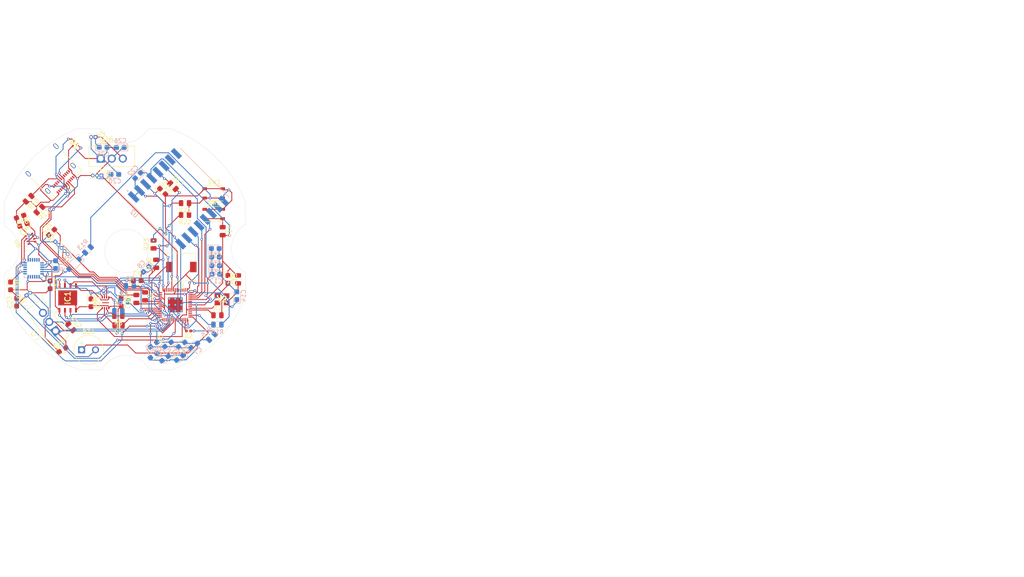
<source format=kicad_pcb>
(kicad_pcb (version 20241229) (generator "pcbnew") (generator_version "9.0")
  (title_block (title "Main Board") (date "2025-12-10") (rev "v1.0.0") (company "Team ApolLO") (comment 1 "Author: Wiktor Kociuba"))
  (layers (0 "F.Cu" signal) (2 "B.Cu" signal) (13 "F.Paste" user) (15 "B.Paste" user) (5 "F.SilkS" user "F.Silkscreen") (7 "B.SilkS" user "B.Silkscreen") (1 "F.Mask" user) (3 "B.Mask" user) (25 "Edge.Cuts" user))
  (net 0 "")
  (net 1 "GND")
  (net 2 "Net-(BT1-+)")
  (net 3 "Net-(BT2-+)")
  (net 4 "/BUZZER")
  (net 5 "+3V3")
  (net 6 "/RP2350A/VREG_AVDD")
  (net 7 "+1V1")
  (net 8 "/~{RST}")
  (net 9 "Net-(U1-CPOUT)")
  (net 10 "Net-(U1-REGOUT)")
  (net 11 "+5V")
  (net 12 "/USB_D+")
  (net 13 "/USB_D-")
  (net 14 "/RED_LED")
  (net 15 "Net-(D2-K)")
  (net 16 "/QSPI_CSN")
  (net 17 "Net-(D3-K)")
  (net 18 "/QSPI_SD2")
  (net 19 "/QSPI_SD3")
  (net 20 "/QSPI_SCLK")
  (net 21 "/QSPI_SD1")
  (net 22 "/QSPI_SD0")
  (net 31 "Net-(J1-CC2)")
  (net 36 "Net-(J1-CC1)")
  (net 43 "Net-(U5-VREG_LX)")
  (net 44 "/SERVO")
  (net 45 "Net-(Y2-TRI-STATE_(STBY))")
  (net 46 "/RP2350A/N_USB_D-")
  (net 47 "/RP2350A/N_USB_D+")
  (net 48 "Net-(U5-QSPI_SCLK)")
  (net 49 "Net-(U5-QSPI_SD0)")
  (net 50 "Net-(U5-QSPI_SD1)")
  (net 51 "Net-(U5-QSPI_SD2)")
  (net 52 "Net-(U5-QSPI_SD3)")
  (net 53 "Net-(R13-Pad1)")
  (net 54 "Net-(R14-Pad1)")
  (net 55 "/RP2350A/GPIO13")
  (net 56 "/RADIO_RX_TIMEOUT")
  (net 57 "/RADIO_RX_INT")
  (net 58 "Net-(U2-DI00)")
  (net 59 "Net-(R22-Pad2)")
  (net 60 "/USER_SW")
  (net 65 "/INT")
  (net 67 "/I2C0_SCL")
  (net 76 "/I2C0_SDA")
  (net 78 "/SPI0_RX")
  (net 81 "/SPI0_SCK")
  (net 83 "/SPI0_TX")
  (net 84 "/SPI0_CSn")
  (net 85 "/GPS_RX")
  (net 87 "/GPS_TX")
  (net 88 "/TXD")
  (net 89 "/~{PSRAM_CS}")
  (net 90 "/M0")
  (net 91 "/RP2350A/GPIO25")
  (net 92 "/RP2350A/GPIO28{slash}ADC2")
  (net 93 "/RP2350A/GPIO24")
  (net 94 "/RXD")
  (net 95 "/RP2350A/GPIO27{slash}ADC1")
  (net 96 "/RP2350A/GPIO20")
  (net 97 "/RP2350A/XIN")
  (net 98 "/RP2350A/SWCLK")
  (net 99 "/RP2350A/GPIO23")
  (net 100 "/RP2350A/SWDIO")
  (net 101 "/M1")
  (net 102 "/RP2350A/GPIO15")
  (net 103 "/RP2350A/GPIO22")
  (net 104 "/RP2350A/GPIO21")
  (net 105 "/RP2350A/XOUT")
  (net 106 "/RP2350A/GPIO14")
  (footprint "Resistor_SMD:R_0805_2012Metric" (layer "F.Cu") (at 108.85 76.4375 -90)
    (property "Reference" "R4")
    (property "Value" "27")
  )
  (footprint "LED_SMD:LED_0402_1005Metric" (layer "F.Cu") (at 118.85 84.3875 180)
    (property "Reference" "D2")
    (property "Value" "LED")
  )
  (footprint "RP2040:RP2350-QFN-60-1EP_7x7_P0.4mm_EP3.4x3.4mm_ThermalVias" (layer "F.Cu") (at 115.8 78.3875 90)
    (property "Reference" "U5")
    (property "Value" "RP2350_60QFN")
  )
  (footprint "Resistor_SMD:R_0805_2012Metric" (layer "F.Cu") (at 102.75 83.0875 180)
    (property "Reference" "R7")
    (property "Value" "27")
  )
  (footprint "Resistor_SMD:R_0805_2012Metric" (layer "F.Cu") (at 91.75 83.5375 -50)
    (property "Reference" "R12")
    (property "Value" "10K")
  )
  (footprint "Capacitor_Tantalum_SMD:CP_EIA-2012-15_AVX-P" (layer "F.Cu") (at 103.35 77.8275 -90)
    (property "Reference" "C30")
    (property "Value" "100nF")
  )
  (footprint "Resistor_SMD:R_0805_2012Metric" (layer "F.Cu") (at 110.8 64.4875 90)
    (property "Reference" "R23")
    (property "Value" "10K")
  )
  (footprint "Resistor_SMD:R_0805_2012Metric" (layer "F.Cu") (at 118.05 57.6875 180)
    (property "Reference" "R22")
    (property "Value" "10K")
  )
  (footprint "Buzzer_Beeper:MagneticBuzzer_Kingstate_KCG0601" (layer "F.Cu") (at 94.25 88.7375)
    (property "Reference" "BZ1")
    (property "Value" "Buzzer")
  )
  (footprint "Connector_USB:USB_C_Receptacle_Amphenol_12401610E4-2A" (layer "F.Cu") (at 87.171249 47.068047 -135)
    (property "Reference" "J1")
    (property "Value" "USB_C_Receptacle")
  )
  (footprint "Inductor_SMD:L_6.3x6.3_H3" (layer "F.Cu") (at 117.2 69.6875 180)
    (property "Reference" "L1")
    (property "Value" "3.3u")
  )
  (footprint "Button_Switch_SMD:SW_Push_1P1T_NO_Vertical_Wuerth_434133025816" (layer "F.Cu") (at 124.65 57.4875)
    (property "Reference" "SW2")
    (property "Value" "SW_Push")
  )
  (footprint "Capacitor_Tantalum_SMD:CP_EIA-2012-15_AVX-P" (layer "F.Cu") (at 89.85 88.7375 30)
    (property "Reference" "C24")
    (property "Value" "10uf")
  )
  (footprint "SamacSys_Parts:SON127P600X500X80-9N-D" (layer "F.Cu") (at 91.05 76.7825 90)
    (property "Reference" "IC1")
    (property "Value" "W25Q128JVPIQ" (hide yes))
  )
  (footprint "Capacitor_Tantalum_SMD:CP_EIA-2012-15_AVX-P" (layer "F.Cu") (at 87.35 61.6875 45)
    (property "Reference" "C21")
    (property "Value" "1uF")
  )
  (footprint "Capacitor_Tantalum_SMD:CP_EIA-2012-15_AVX-P" (layer "F.Cu") (at 87 73.7875 -90)
    (property "Reference" "C17")
    (property "Value" "0.1uF")
  )
  (footprint "Resistor_SMD:R_0805_2012Metric" (layer "F.Cu") (at 106.85 77.0375 90)
    (property "Reference" "R3")
    (property "Value" "27")
  )
  (footprint "Capacitor_Tantalum_SMD:CP_EIA-2012-15_AVX-P" (layer "F.Cu") (at 112.9 52.2875 -45)
    (property "Reference" "C15")
    (property "Value" "100nF")
  )
  (footprint "Capacitor_Tantalum_SMD:CP_EIA-2012-15_AVX-P" (layer "F.Cu") (at 80.85 59.9875 -160)
    (property "Reference" "C27")
    (property "Value" "100nF")
  )
  (footprint "SamacSys_Parts:MMBT2907AM3T5G" (layer "F.Cu") (at 92.55 41.4875 135)
    (property "Reference" "D1")
    (property "Value" "ESD7L5.0DT5G" (hide yes))
  )
  (footprint "Connector_PinHeader_1.00mm:PinHeader_1x02_P1.00mm_Vertical" (layer "F.Cu") (at 97.45 39.7875 -90)
    (property "Reference" "BT2")
    (property "Value" "Battery")
  )
  (footprint "Capacitor_Tantalum_SMD:CP_EIA-2012-15_AVX-P" (layer "F.Cu") (at 80.1 58.0875 -160)
    (property "Reference" "C28")
    (property "Value" "100nF")
  )
  (footprint "Resistor_SMD:R_0805_2012Metric" (layer "F.Cu") (at 84.55 56.4875 -135)
    (property "Reference" "R11")
    (property "Value" "5.1K")
  )
  (footprint "Capacitor_Tantalum_SMD:CP_EIA-2012-15_AVX-P" (layer "F.Cu") (at 107.05 72.8375)
    (property "Reference" "C9")
    (property "Value" "4.7uF")
  )
  (footprint "Resistor_SMD:R_0805_2012Metric" (layer "F.Cu") (at 130.25 72.5375 90)
    (property "Reference" "R1")
    (property "Value" "10K")
  )
  (footprint "Resistor_SMD:R_0805_2012Metric" (layer "F.Cu") (at 111.4 68.9375 90)
    (property "Reference" "R20")
    (property "Value" "33")
  )
  (footprint "Connector_PinHeader_1.00mm:PinHeader_1x05_P1.00mm_Vertical" (layer "F.Cu") (at 88.2 63.8875 45)
    (property "Reference" "U3")
    (property "Value" "~")
  )
  (footprint "Capacitor_Tantalum_SMD:CP_EIA-2012-15_AVX-P" (layer "F.Cu") (at 77.9 74.0375 -90)
    (property "Reference" "C18")
    (property "Value" "2.2nF")
  )
  (footprint "Resistor_SMD:R_0805_2012Metric" (layer "F.Cu") (at 125.5 80.7875)
    (property "Reference" "R2")
    (property "Value" "10K")
  )
  (footprint "SamacSys_Parts:ASE12000MHzET" (layer "F.Cu") (at 126.55 77.1125 180)
    (property "Reference" "Y2")
    (property "Value" "ASE-12.000MHz-E-T" (hide yes))
  )
  (footprint "Package_LGA:Bosch_LGA-8_2x2.5mm_P0.65mm_ClockwisePinNumbering" (layer "F.Cu") (at 82.468284 63.197683 110)
    (property "Reference" "U8")
    (property "Value" "BMP280")
  )
  (footprint "Resistor_SMD:R_0805_2012Metric" (layer "F.Cu") (at 115.25 51.0875 -45)
    (property "Reference" "R17")
    (property "Value" "100R")
  )
  (footprint "Button_Switch_SMD:SW_Push_1P1T_NO_Vertical_Wuerth_434133025816" (layer "F.Cu") (at 124.65 52.7375)
    (property "Reference" "SW1")
    (property "Value" "SW_Push")
  )
  (footprint "Capacitor_Tantalum_SMD:CP_EIA-2012-15_AVX-P" (layer "F.Cu") (at 127.9 72.5375 -90)
    (property "Reference" "C13")
    (property "Value" "1uF")
  )
  (footprint "Capacitor_Tantalum_SMD:CP_EIA-2012-15_AVX-P" (layer "F.Cu") (at 96.4 77.9275 -90)
    (property "Reference" "C29")
    (property "Value" "2.2uF")
  )
  (footprint "LM1085IT-5.0:TO254P1054X470X1955-3" (layer "F.Cu") (at 101.19 44.7375)
    (property "Reference" "U6")
    (property "Value" "LM1085-5.0")
  )
  (footprint "Capacitor_Tantalum_SMD:CP_EIA-2012-15_AVX-P" (layer "F.Cu") (at 79.3 77.7875 90)
    (property "Reference" "C23")
    (property "Value" "10µf")
  )
  (footprint "Resistor_SMD:R_0805_2012Metric" (layer "F.Cu") (at 82.05 53.9875 -135)
    (property "Reference" "R10")
    (property "Value" "5.1K")
  )
  (footprint "APS6404L-3SQR-ZR:PSON50P200X300X50-9N" (layer "F.Cu") (at 99.75 77.9075 90)
    (property "Reference" "U9")
    (property "Value" "APS6404L-3SQR-ZR")
  )
  (footprint "Resistor_SMD:R_0805_2012Metric" (layer "F.Cu") (at 118.05 54.9875 180)
    (property "Reference" "R21")
    (property "Value" "10K")
  )
  (footprint "Connector_PinHeader_1.00mm:PinHeader_1x02_P1.00mm_Vertical" (layer "F.Cu") (at 81.6 76.1875 125)
    (property "Reference" "BT1")
    (property "Value" "Battery")
  )
  (footprint "Resistor_SMD:R_0805_2012Metric" (layer "F.Cu") (at 126.7 61.4375 -90)
    (property "Reference" "R14")
    (property "Value" "1K")
  )
  (footprint "Connector_PinHeader_1.00mm:PinHeader_1x03_P1.00mm_Vertical" (layer "F.Cu") (at 98.8 48.6375 -90)
    (property "Reference" "M1")
    (property "Value" "SG-90")
  )
  (footprint "Resistor_SMD:R_0805_2012Metric" (layer "F.Cu") (at 102.7 80.9375 180)
    (property "Reference" "R8")
    (property "Value" "27")
  )
  (footprint "LM1085IT-3.3:TO254P1054X470X1955-3" (layer "F.Cu") (at 86.806884 82.318146 125)
    (property "Reference" "U7")
    (property "Value" "LM1085-3.3")
  )
  (footprint "Resistor_SMD:R_0805_2012Metric" (layer "B.Cu") (at 105.35 74.0375 180)
    (property "Reference" "R9")
    (property "Value" "27")
  )
  (footprint "Capacitor_Tantalum_SMD:CP_EIA-2012-15_AVX-P" (layer "B.Cu") (at 125 65.4375)
    (property "Reference" "C16")
    (property "Value" "4.7uF")
  )
  (footprint "Resistor_SMD:R_0805_2012Metric" (layer "B.Cu") (at 124.2 85.7875 -135)
    (property "Reference" "R15")
    (property "Value" "10K")
  )
  (footprint "Capacitor_Tantalum_SMD:CP_EIA-2012-15_AVX-P" (layer "B.Cu") (at 99.2 42.1375)
    (property "Reference" "C25")
    (property "Value" "10µf")
  )
  (footprint "Capacitor_Tantalum_SMD:CP_EIA-2012-15_AVX-P" (layer "B.Cu") (at 116.85 90.5875 -145)
    (property "Reference" "C3")
    (property "Value" "100nF")
  )
  (footprint "Capacitor_Tantalum_SMD:CP_EIA-2012-15_AVX-P" (layer "B.Cu") (at 110.820955 87.547983 35)
    (property "Reference" "C4")
    (property "Value" "100nF")
  )
  (footprint "Capacitor_Tantalum_SMD:CP_EIA-2012-15_AVX-P" (layer "B.Cu") (at 120.140955 87.762983 35)
    (property "Reference" "C7")
    (property "Value" "100nF")
  )
  (footprint "Capacitor_Tantalum_SMD:CP_EIA-2012-15_AVX-P" (layer "B.Cu") (at 88.25 69.13208 90)
    (property "Reference" "C19")
    (property "Value" "2.2nF")
  )
  (footprint "Capacitor_Tantalum_SMD:CP_EIA-2012-15_AVX-P" (layer "B.Cu") (at 125.05 67.3875)
    (property "Reference" "C10")
    (property "Value" "100nF")
  )
  (footprint "Capacitor_Tantalum_SMD:CP_EIA-2012-15_AVX-P" (layer "B.Cu") (at 110.8 90.0375 -145)
    (property "Reference" "C1")
    (property "Value" "100nF")
  )
  (footprint "Capacitor_Tantalum_SMD:CP_EIA-2012-15_AVX-P" (layer "B.Cu") (at 107.2 48.6375 -135)
    (property "Reference" "C22")
    (property "Value" "100nF")
  )
  (footprint "Capacitor_Tantalum_SMD:CP_EIA-2012-15_AVX-P" (layer "B.Cu") (at 114.120955 87.497983 35)
    (property "Reference" "C5")
    (property "Value" "100nF")
  )
  (footprint "Resistor_SMD:R_0805_2012Metric" (layer "B.Cu") (at 125.5 82.9375)
    (property "Reference" "R16")
    (property "Value" "DNC")
  )
  (footprint "Capacitor_Tantalum_SMD:CP_EIA-2012-15_AVX-P" (layer "B.Cu") (at 109.1 70.1875 -135)
    (property "Reference" "C8")
    (property "Value" "4.7uF")
  )
  (footprint "Resistor_SMD:R_0805_2012Metric" (layer "B.Cu") (at 102.7 79.8275 180)
    (property "Reference" "R6")
    (property "Value" "27")
  )
  (footprint "Capacitor_Tantalum_SMD:CP_EIA-2012-15_AVX-P" (layer "B.Cu") (at 101.9 48.3875)
    (property "Reference" "C20")
    (property "Value" "1uF")
  )
  (footprint "Diode_SMD:D_SOD-123" (layer "B.Cu") (at 92.5 69.0375 -135)
    (property "Reference" "D3")
    (property "Value" "MBR0530")
  )
  (footprint "Sensor_Motion:InvenSense_QFN-24_4x4mm_P0.5mm" (layer "B.Cu") (at 83.2 69.9875 -90)
    (property "Reference" "U1")
    (property "Value" "MPU-6050")
  )
  (footprint "Resistor_SMD:R_0805_2012Metric" (layer "B.Cu") (at 104.05 77.5775 180)
    (property "Reference" "R5")
    (property "Value" "27" (hide yes))
  )
  (footprint "Capacitor_Tantalum_SMD:CP_EIA-2012-15_AVX-P" (layer "B.Cu") (at 125.1 69.3875)
    (property "Reference" "C11")
    (property "Value" "4.7uF")
  )
  (footprint "Capacitor_Tantalum_SMD:CP_EIA-2012-15_AVX-P" (layer "B.Cu") (at 117.25 87.5375 35)
    (property "Reference" "C6")
    (property "Value" "100nF")
  )
  (footprint "Capacitor_Tantalum_SMD:CP_EIA-2012-15_AVX-P" (layer "B.Cu") (at 129.95 76.2875 90)
    (property "Reference" "C14")
    (property "Value" "1uF")
  )
  (footprint "Capacitor_Tantalum_SMD:CP_EIA-2012-15_AVX-P" (layer "B.Cu") (at 125.15 71.3375)
    (property "Reference" "C12")
    (property "Value" "100nF")
  )
  (footprint "Capacitor_Tantalum_SMD:CP_EIA-2012-15_AVX-P" (layer "B.Cu") (at 113.45 90.7375 -145)
    (property "Reference" "C2")
    (property "Value" "100nF")
  )
  (footprint "RA-02_LORA:MODULE_RA-02_LORA" (layer "B.Cu") (at 116.55 53.9875 -45)
    (property "Reference" "U2")
    (property "Value" "RA-02_LORA")
  )
  (footprint "Capacitor_Tantalum_SMD:CP_EIA-2012-15_AVX-P" (layer "B.Cu") (at 103.15 42.1875 180)
    (property "Reference" "C26")
    (property "Value" "10uf")
  )
  (footprint "Resistor_SMD:R_0805_2012Metric" (layer "B.Cu") (at 95.7 65.7375 -135)
    (property "Reference" "R13")
    (property "Value" "1K")
  )
  (gr_arc (start 93.595257 93.286715) (mid 83.292543 86.693264) (end 76.55 76.4875) (stroke (width 0.05)) (layer "Edge.Cuts"))
  (gr_arc (start 109.554189 37.836211) (mid 104.054189 41.136213) (end 98.554189 37.836211) (stroke (width 0.05)) (layer "Edge.Cuts"))
  (gr_arc (start 76.5 60.236445) (mid 79.750006 65.709484) (end 76.500001 71.182523) (stroke (width 0.05)) (layer "Edge.Cuts"))
  (gr_arc (start 76.449999 54.931469) (mid 83.043089 44.628399) (end 93.249214 37.886212) (stroke (width 0.05)) (layer "Edge.Cuts"))
  (gr_arc (start 98.900232 93.336715) (mid 104.400232 90.036713) (end 109.900232 93.336715) (stroke (width 0.05)) (layer "Edge.Cuts"))
  (gr_line (start 93.249214 37.886212) (end 98.55419 37.836211) (stroke (width 0.05)) (layer "Edge.Cuts"))
  (gr_line (start 76.55 76.487499) (end 76.499999 71.182523) (stroke (width 0.05)) (layer "Edge.Cuts"))
  (gr_arc (start 131.954421 70.936482) (mid 128.704415 65.463443) (end 131.95442 59.990404) (stroke (width 0.05)) (layer "Edge.Cuts"))
  (gr_line (start 98.900232 93.336715) (end 93.595257 93.286715) (stroke (width 0.05)) (layer "Edge.Cuts"))
  (gr_line (start 76.5 60.236445) (end 76.449999 54.931469) (stroke (width 0.05)) (layer "Edge.Cuts"))
  (gr_line (start 109.554189 37.836211) (end 114.859164 37.886211) (stroke (width 0.05)) (layer "Edge.Cuts"))
  (gr_line (start 131.954421 70.936482) (end 132.004422 76.241458) (stroke (width 0.05)) (layer "Edge.Cuts"))
  (gr_circle (center 104.55 65.9875) (end 109.55 65.9875) (stroke (width 0.05)) (fill no) (layer "Edge.Cuts"))
  (gr_arc (start 132.004422 76.241458) (mid 125.407864 86.544538) (end 115.2 93.2875) (stroke (width 0.05)) (layer "Edge.Cuts"))
  (gr_line (start 115.205207 93.286714) (end 109.900231 93.336715) (stroke (width 0.05)) (layer "Edge.Cuts"))
  (gr_arc (start 114.859164 37.886211) (mid 125.161879 44.479661) (end 131.904421 54.685426) (stroke (width 0.05)) (layer "Edge.Cuts"))
  (gr_line (start 131.904421 54.685428) (end 131.954422 59.990404) (stroke (width 0.05)) (layer "Edge.Cuts"))
  (segment (start 84 63.0875) (end 83.473162 63.0875) (width 0.2) (layer "F.Cu") (net 1))
  (segment (start 91.256321 46.95118) (end 91.518915 47.213774) (width 0.2) (layer "F.Cu") (net 1))
  (segment (start 126.725 56.4125) (end 122.575 56.4125) (width 0.2) (layer "F.Cu") (net 1))
  (segment (start 83.720393 55.717107) (end 82.636022 54.632736) (width 0.2) (layer "F.Cu") (net 1))
  (segment (start 108.5 70.816825) (end 107.94 71.376825) (width 0.2) (layer "F.Cu") (net 1))
  (segment (start 92.54422 48.592632) (end 92.002569 48.050981) (width 0.2) (layer "F.Cu") (net 1))
  (segment (start 113.932376 53.319876) (end 120.917624 53.319876) (width 0.2) (layer "F.Cu") (net 1))
  (segment (start 108.320878 72.8375) (end 109.027009 73.543631) (width 0.2) (layer "F.Cu") (net 1))
  (segment (start 96.641 78.5765) (end 96.4 78.8175) (width 0.2) (layer "F.Cu") (net 1))
  (segment (start 90.620763 88.2925) (end 90.620763 86.755787) (width 0.2) (layer "F.Cu") (net 1))
  (segment (start 103.35 78.7175) (end 102.651 79.4165) (width 0.2) (layer "F.Cu") (net 1))
  (segment (start 126.725 56.4125) (end 128.8 54.3375) (width 0.2) (layer "F.Cu") (net 1))
  (segment (start 91.985 77.7175) (end 91.05 76.7825) (width 0.2) (layer "F.Cu") (net 1))
  (segment (start 102.651 84.6865) (end 102.4 84.9375) (width 0.2) (layer "F.Cu") (net 1))
  (segment (start 93.77 78.8175) (end 92.955 79.6325) (width 0.2) (layer "F.Cu") (net 1))
  (segment (start 128.15 51.9375) (end 127 51.9375) (width 0.2) (layer "F.Cu") (net 1))
  (segment (start 113.529325 52.916825) (end 113.55 52.9375) (width 0.2) (layer "F.Cu") (net 1))
  (segment (start 103.35 78.7175) (end 100.92 78.7175) (width 0.2) (layer "F.Cu") (net 1))
  (segment (start 91.05 76.7825) (end 92.955 78.6875) (width 0.2) (layer "F.Cu") (net 1))
  (segment (start 83.65 65.4875) (end 82.55 64.3875) (width 0.2) (layer "F.Cu") (net 1))
  (segment (start 96.8 48.6375) (end 94 48.6375) (width 0.2) (layer "F.Cu") (net 1))
  (segment (start 127 51.9375) (end 126.725 51.6625) (width 0.2) (layer "F.Cu") (net 1))
  (segment (start 87.162767 54.350267) (end 84.85 52.0375) (width 0.2) (layer "F.Cu") (net 1))
  (segment (start 89 52.9875) (end 87.637233 54.350267) (width 0.2) (layer "F.Cu") (net 1))
  (segment (start 84.839318 54.782554) (end 83.904765 55.717107) (width 0.2) (layer "F.Cu") (net 1))
  (segment (start 83.904765 55.717107) (end 83.720393 55.717107) (width 0.2) (layer "F.Cu") (net 1))
  (segment (start 111.729325 53.3875) (end 108.95 53.3875) (width 0.2) (layer "F.Cu") (net 1))
  (segment (start 82.556934 62.3375) (end 82.886568 62.007866) (width 0.2) (layer "F.Cu") (net 1))
  (segment (start 83.904765 55.717107) (end 83.904765 57.132735) (width 0.2) (layer "F.Cu") (net 1))
  (segment (start 87.979325 61.058175) (end 89.332106 62.410956) (width 0.2) (layer "F.Cu") (net 1))
  (segment (start 126.725 51.6625) (end 122.575 51.6625) (width 0.2) (layer "F.Cu") (net 1))
  (segment (start 89.332106 64.169607) (end 88.907107 64.594606) (width 0.2) (layer "F.Cu") (net 1))
  (segment (start 100.92 78.7175) (end 100.5 79.1375) (width 0.2) (layer "F.Cu") (net 1))
  (segment (start 127.9 73.8875) (end 125.5 76.2875) (width 0.2) (layer "F.Cu") (net 1))
  (segment (start 90.620763 86.755787) (end 88.263768 84.398792) (width 0.2) (layer "F.Cu") (net 1))
  (segment (start 82.55 64.3875) (end 82.05 64.3875) (width 0.2) (layer "F.Cu") (net 1))
  (segment (start 107.94 72.8375) (end 108.320878 72.8375) (width 0.2) (layer "F.Cu") (net 1))
  (segment (start 107.94 71.376825) (end 107.94 72.8375) (width 0.2) (layer "F.Cu") (net 1))
  (segment (start 79.3 76.8975) (end 79.3 76.3275) (width 0.2) (layer "F.Cu") (net 1))
  (segment (start 89 52.9875) (end 89 52.785886) (width 0.2) (layer "F.Cu") (net 1))
  (segment (start 92.002569 48.050981) (end 92.002569 47.697428) (width 0.2) (layer "F.Cu") (net 1))
  (segment (start 81.85 73.03208) (end 85.7 73.03208) (width 0.2) (layer "F.Cu") (net 1))
  (segment (start 111.15 75.3375) (end 111.8 75.9875) (width 0.2) (layer "F.Cu") (net 1))
  (segment (start 86.85 51.102861) (end 87.629828 51.102861) (width 0.2) (layer "F.Cu") (net 1))
  (segment (start 93.3 49.3375) (end 93.289088 49.3375) (width 0.2) (layer "F.Cu") (net 1))
  (segment (start 86.730479 54.782554) (end 84.839318 54.782554) (width 0.2) (layer "F.Cu") (net 1))
  (segment (start 82.419153 75.613923) (end 86.063577 75.613923) (width 0.2) (layer "F.Cu") (net 1))
  (segment (start 86.05 71.73208) (end 86.45 71.33208) (width 0.2) (layer "F.Cu") (net 1))
  (segment (start 84.15 62.9375) (end 84 63.0875) (width 0.2) (layer "F.Cu") (net 1))
  (segment (start 89.332106 62.410956) (end 89.332106 64.169607) (width 0.2) (layer "F.Cu") (net 1))
  (segment (start 79.263674 56.773827) (end 81.404765 54.632736) (width 0.2) (layer "F.Cu") (net 1))
  (segment (start 81.73273 74.9275) (end 77.9 74.9275) (width 0.2) (layer "F.Cu") (net 1))
  (segment (start 111.8 75.9875) (end 112.3625 75.9875) (width 0.2) (layer "F.Cu") (net 1))
  (segment (start 86.063577 75.613923) (end 87 74.6775) (width 0.2) (layer "F.Cu") (net 1))
  (segment (start 85.917099 50.6875) (end 86.434639 50.6875) (width 0.2) (layer "F.Cu") (net 1))
  (segment (start 113.529325 52.916825) (end 113.529325 55.1875) (width 0.2) (layer "F.Cu") (net 1))
  (segment (start 79.263674 59.1375) (end 79.263674 56.773827) (width 0.2) (layer "F.Cu") (net 1))
  (segment (start 100.5 78.790492) (end 100.286008 78.5765) (width 0.2) (layer "F.Cu") (net 1))
  (segment (start 81.73273 74.9275) (end 81.73273 73.14935) (width 0.2) (layer "F.Cu") (net 1))
  (segment (start 79.263674 59.541897) (end 79.263674 59.1375) (width 0.2) (layer "F.Cu") (net 1))
  (segment (start 80.013674 60.291897) (end 79.263674 59.541897) (width 0.2) (layer "F.Cu") (net 1))
  (segment (start 114.375 61.5125) (end 115.65 62.7875) (width 0.2) (layer "F.Cu") (net 1))
  (segment (start 113.529325 55.1875) (end 113.529325 60.666825) (width 0.2) (layer "F.Cu") (net 1))
  (segment (start 84.85 52.0375) (end 84.85 51.754599) (width 0.2) (layer "F.Cu") (net 1))
  (segment (start 89 52.785886) (end 88.776381 52.562267) (width 0.2) (layer "F.Cu") (net 1))
  (segment (start 113.85 64.7875) (end 113.9 64.8375) (width 0.2) (layer "F.Cu") (net 1))
  (segment (start 120.917624 53.319876) (end 122.575 51.6625) (width 0.2) (layer "F.Cu") (net 1))
  (segment (start 128.8 54.3375) (end 128.8 52.5875) (width 0.2) (layer "F.Cu") (net 1))
  (segment (start 83.45 65.4875) (end 83.65 65.4875) (width 0.2) (layer "F.Cu") (net 1))
  (segment (start 82.15 62.3375) (end 82.556934 62.3375) (width 0.2) (layer "F.Cu") (net 1))
  (segment (start 92.002569 47.697428) (end 91.518915 47.213774) (width 0.2) (layer "F.Cu") (net 1))
  (segment (start 82.636022 54.632736) (end 81.404765 54.632736) (width 0.2) (layer "F.Cu") (net 1))
  (segment (start 81.73273 73.14935) (end 81.85 73.03208) (width 0.2) (layer "F.Cu") (net 1))
  (segment (start 84.85 51.754599) (end 85.917099 50.6875) (width 0.2) (layer "F.Cu") (net 1))
  (segment (start 96.4 78.8175) (end 93.77 78.8175) (width 0.2) (layer "F.Cu") (net 1))
  (segment (start 94 48.6375) (end 93.3 49.3375) (width 0.2) (layer "F.Cu") (net 1))
  (segment (start 112.15 64.7875) (end 113.85 64.7875) (width 0.2) (layer "F.Cu") (net 1))
  (segment (start 85.7 73.03208) (end 86.05 72.68208) (width 0.2) (layer "F.Cu") (net 1))
  (segment (start 79.3 76.3275) (end 77.9 74.9275) (width 0.2) (layer "F.Cu") (net 1))
  (segment (start 83.473162 63.0875) (end 83.331195 63.229467) (width 0.2) (layer "F.Cu") (net 1))
  (segment (start 79.263674 59.1375) (end 79.263674 58.391898) (width 0.2) (layer "F.Cu") (net 1))
  (segment (start 91.256321 42.781179) (end 91.256321 46.95118) (width 0.2) (layer "F.Cu") (net 1))
  (segment (start 113.529325 60.666825) (end 114.375 61.5125) (width 0.2) (layer "F.Cu") (net 1))
  (segment (start 100.5 79.1375) (end 100.5 78.790492) (width 0.2) (layer "F.Cu") (net 1))
  (segment (start 92.955 78.6875) (end 92.955 79.6325) (width 0.2) (layer "F.Cu") (net 1))
  (segment (start 82.059277 62.3375) (end 80.013674 60.291897) (width 0.2) (layer "F.Cu") (net 1))
  (segment (start 92.203518 41.833982) (end 91.256321 42.781179) (width 0.2) (layer "F.Cu") (net 1))
  (segment (start 82.419153 75.613923) (end 81.73273 74.9275) (width 0.2) (layer "F.Cu") (net 1))
  (segment (start 128.8 52.5875) (end 128.15 51.9375) (width 0.2) (layer "F.Cu") (net 1))
  (segment (start 82.15 62.3375) (end 82.059277 62.3375) (width 0.2) (layer "F.Cu") (net 1))
  (segment (start 95.107036 44.7375) (end 92.203518 41.833982) (width 0.2) (layer "F.Cu") (net 1))
  (segment (start 98.65 44.7375) (end 95.107036 44.7375) (width 0.2) (layer "F.Cu") (net 1))
  (segment (start 87.162767 54.350267) (end 86.730479 54.782554) (width 0.2) (layer "F.Cu") (net 1))
  (segment (start 100.286008 78.5765) (end 96.641 78.5765) (width 0.2) (layer "F.Cu") (net 1))
  (segment (start 102.651 79.4165) (end 102.651 84.6865) (width 0.2) (layer "F.Cu") (net 1))
  (segment (start 86.434639 50.6875) (end 86.85 51.102861) (width 0.2) (layer "F.Cu") (net 1))
  (segment (start 113.529325 55.1875) (end 111.729325 53.3875) (width 0.2) (layer "F.Cu") (net 1))
  (segment (start 86.05 72.68208) (end 86.05 71.73208) (width 0.2) (layer "F.Cu") (net 1))
  (segment (start 87.637233 54.350267) (end 87.162767 54.350267) (width 0.2) (layer "F.Cu") (net 1))
  (segment (start 127.9 73.4275) (end 127.9 73.8875) (width 0.2) (layer "F.Cu") (net 1))
  (segment (start 113.529325 52.916825) (end 113.932376 53.319876) (width 0.2) (layer "F.Cu") (net 1))
  (segment (start 93.289088 49.3375) (end 92.54422 48.592632) (width 0.2) (layer "F.Cu") (net 1))
  (via (at 112.15 64.7875) (size 0.6) (drill 0.3) (layers "F.Cu" "B.Cu") (net 1))
  (via (at 115.65 62.7875) (size 0.6) (drill 0.3) (layers "F.Cu" "B.Cu") (net 1))
  (via (at 82.15 62.3375) (size 0.6) (drill 0.3) (layers "F.Cu" "B.Cu") (net 1))
  (via (at 108.5 70.816825) (size 0.6) (drill 0.3) (layers "F.Cu" "B.Cu") (net 1))
  (via (at 86.45 71.33208) (size 0.6) (drill 0.3) (layers "F.Cu" "B.Cu") (net 1))
  (via (at 108.95 53.3875) (size 0.6) (drill 0.3) (layers "F.Cu" "B.Cu") (net 1))
  (via (at 127.9 73.4275) (size 0.6) (drill 0.3) (layers "F.Cu" "B.Cu") (net 1))
  (via (at 83.65 65.4875) (size 0.6) (drill 0.3) (layers "F.Cu" "B.Cu") (net 1))
  (via (at 84.15 62.9375) (size 0.6) (drill 0.3) (layers "F.Cu" "B.Cu") (net 1))
  (via (at 86.85 51.102861) (size 0.6) (drill 0.3) (layers "F.Cu" "B.Cu") (net 1))
  (via (at 109.027009 73.543631) (size 0.6) (drill 0.3) (layers "F.Cu" "B.Cu") (net 1))
  (via (at 111.15 75.3375) (size 0.6) (drill 0.3) (layers "F.Cu" "B.Cu") (net 1))
  (via (at 114.375 61.5125) (size 0.6) (drill 0.3) (layers "F.Cu" "B.Cu") (net 1))
  (via (at 113.9 64.8375) (size 0.6) (drill 0.3) (layers "F.Cu" "B.Cu") (net 1))
  (via (at 93.3 49.3375) (size 0.6) (drill 0.3) (layers "F.Cu" "B.Cu") (net 1))
  (via (at 102.4 84.9375) (size 0.6) (drill 0.3) (layers "F.Cu" "B.Cu") (net 1))
  (via (at 125.5 76.2875) (size 0.6) (drill 0.3) (layers "F.Cu" "B.Cu") (net 1))
  (via (at 128.15 51.9375) (size 0.6) (drill 0.3) (layers "F.Cu" "B.Cu") (net 1))
  (via (at 81.85 73.03208) (size 0.6) (drill 0.3) (layers "F.Cu" "B.Cu") (net 1))
  (segment (start 126.04 71.5675) (end 127.9 73.4275) (width 0.2) (layer "B.Cu") (net 1))
  (segment (start 109.027009 73.543631) (end 109.156188 73.543631) (width 0.2) (layer "B.Cu") (net 1))
  (segment (start 110.38191 91.123466) (end 110.38191 90.858938) (width 0.2) (layer "B.Cu") (net 1))
  (segment (start 86.45 70.7375) (end 87.634972 70.7375) (width 0.2) (layer "B.Cu") (net 1))
  (segment (start 117.66 86.9875) (end 114.85 86.9875) (width 0.2) (layer "B.Cu") (net 1))
  (segment (start 117.925 87.2525) (end 117.66 86.9875) (width 0.2) (layer "B.Cu") (net 1))
  (segment (start 92.95 90.2875) (end 88.263768 85.601268) (width 0.2) (layer "B.Cu") (net 1))
  (segment (start 86.45 71.33208) (end 86.45 70.7375) (width 0.2) (layer "B.Cu") (net 1))
  (segment (start 82.15 62.3375) (end 83.55 62.3375) (width 0.2) (layer "B.Cu") (net 1))
  (segment (start 117.887911 91.0375) (end 117.871174 91.054237) (width 0.2) (layer "B.Cu") (net 1))
  (segment (start 110.38191 90.858938) (end 110.070955 90.547983) (width 0.2) (layer "B.Cu") (net 1))
  (segment (start 109.701 73.9385) (end 110.6 74.8375) (width 0.2) (layer "B.Cu") (net 1))
  (segment (start 114.55 81.187443) (end 114.399 81.036443) (width 0.2) (layer "B.Cu") (net 1))
  (segment (start 89.046 69.03808) (end 88.25 68.24208) (width 0.2) (layer "B.Cu") (net 1))
  (segment (start 89.665418 51.102861) (end 91.201057 52.6385) (width 0.2) (layer "B.Cu") (net 1))
  (segment (start 107.569744 52.219732) (end 107.569744 52.078312) (width 0.2) (layer "B.Cu") (net 1))
  (segment (start 85.15 70.7375) (end 86.45 70.7375) (width 0.2) (layer "B.Cu") (net 1))
  (segment (start 81.85 73.03208) (end 81.85 72.0375) (width 0.2) (layer "B.Cu") (net 1))
  (segment (start 113.762189 91.108187) (end 113.74691 91.123466) (width 0.2) (layer "B.Cu") (net 1))
  (segment (start 100.09 43.2975) (end 98.65 44.7375) (width 0.2) (layer "B.Cu") (net 1))
  (segment (start 102.3 84.8375) (end 102.3 84.398792) (width 0.2) (layer "B.Cu") (net 1))
  (segment (start 113.9 64.8375) (end 114.375 64.3625) (width 0.2) (layer "B.Cu") (net 1))
  (segment (start 100.14 42.1875) (end 100.09 42.1375) (width 0.2) (layer "B.Cu") (net 1))
  (segment (start 121.689765 86.432735) (end 120.87 87.2525) (width 0.2) (layer "B.Cu") (net 1))
  (segment (start 86.704524 68.24208) (end 85.399972 66.937528) (width 0.2) (layer "B.Cu") (net 1))
  (segment (start 113.85824 91.204237) (end 113.762189 91.108187) (width 0.2) (layer "B.Cu") (net 1))
  (segment (start 126.04 71.3375) (end 126.04 71.5675) (width 0.2) (layer "B.Cu") (net 1))
  (segment (start 83.55 62.3375) (end 84.15 62.9375) (width 0.2) (layer "B.Cu") (net 1))
  (segment (start 86.14458 69.7375) (end 87.2 68.68208) (width 0.2) (layer "B.Cu") (net 1))
  (segment (start 111.55 84.398792) (end 113.038708 84.398792) (width 0.2) (layer "B.Cu") (net 1))
  (segment (start 114.55 79.8875) (end 114.425 79.7625) (width 0.2) (layer "B.Cu") (net 1))
  (segment (start 111.55 87.0375) (end 111.6 86.9875) (width 0.2) (layer "B.Cu") (net 1))
  (segment (start 114.399 80.538557) (end 114.55 80.387557) (width 0.2) (layer "B.Cu") (net 1))
  (segment (start 111.55 87.0375) (end 111.55 84.398792) (width 0.2) (layer "B.Cu") (net 1))
  (segment (start 95.9 90.2875) (end 92.95 90.2875) (width 0.2) (layer "B.Cu") (net 1))
  (segment (start 123.95 77.8375) (end 117.725 77.8375) (width 0.2) (layer "B.Cu") (net 1))
  (segment (start 115.65 62.986995) (end 117.044975 64.38197) (width 0.2) (layer "B.Cu") (net 1))
  (segment (start 109.551057 73.9385) (end 109.701 73.9385) (width 0.2) (layer "B.Cu") (net 1))
  (segment (start 125.94 69.3375) (end 125.99 69.3875) (width 0.2) (layer "B.Cu") (net 1))
  (segment (start 81.95 67.1875) (end 81.95 68.0375) (width 0.2) (layer "B.Cu") (net 1))
  (segment (start 123.554766 86.432735) (end 121.689765 86.432735) (width 0.2) (layer "B.Cu") (net 1))
  (segment (start 82.419153 75.613923) (end 83.020193 75.613923) (width 0.2) (layer "B.Cu") (net 1))
  (segment (start 110.6 74.8375) (end 111.1 75.3375) (width 0.2) (layer "B.Cu") (net 1))
  (segment (start 102.26 42.1875) (end 100.14 42.1875) (width 0.2) (layer "B.Cu") (net 1))
  (segment (start 114.55 82.8875) (end 114.55 81.187443) (width 0.2) (layer "B.Cu") (net 1))
  (segment (start 113.038708 84.398792) (end 114.55 82.8875) (width 0.2) (layer "B.Cu") (net 1))
  (segment (start 108.95 53.3875) (end 108.878932 53.3875) (width 0.2) (layer "B.Cu") (net 1))
  (segment (start 86.85 51.102861) (end 89.665418 51.102861) (width 0.2) (layer "B.Cu") (net 1))
  (segment (start 91.698943 52.6385) (end 93.3 51.037443) (width 0.2) (layer "B.Cu") (net 1))
  (segment (start 117.871174 91.054237) (end 117.25824 91.054237) (width 0.2) (layer "B.Cu") (net 1))
  (segment (start 114.55 80.387557) (end 114.55 79.8875) (width 0.2) (layer "B.Cu") (net 1))
  (segment (start 113.74691 91.123466) (end 110.38191 91.123466) (width 0.2) (layer "B.Cu") (net 1))
  (segment (start 120.87 88.4675) (end 118.3 91.0375) (width 0.2) (layer "B.Cu") (net 1))
  (segment (start 91.201057 52.6385) (end 91.698943 52.6385) (width 0.2) (layer "B.Cu") (net 1))
  (segment (start 93.3 51.037443) (end 93.3 49.3375) (width 0.2) (layer "B.Cu") (net 1))
  (segment (start 117.241503 91.0375) (end 114.637911 91.0375) (width 0.2) (layer "B.Cu") (net 1))
  (segment (start 109.667099 70.816825) (end 112.15 68.333924) (width 0.2) (layer "B.Cu") (net 1))
  (segment (start 82.15 63.9875) (end 82.15 62.3375) (width 0.2) (layer "B.Cu") (net 1))
  (segment (start 126.94447 54.482475) (end 126.94447 53.14303) (width 0.2) (layer "B.Cu") (net 1))
  (segment (start 102.79 48.3875) (end 99.14 44.7375) (width 0.2) (layer "B.Cu") (net 1))
  (segment (start 102.4 84.9375) (end 102.3 84.8375) (width 0.2) (layer "B.Cu") (net 1))
  (segment (start 117.725 77.8375) (end 117.175 78.3875) (width 0.2) (layer "B.Cu") (net 1))
  (segment (start 85.575884 81.808249) (end 85.575884 82.846228) (width 0.2) (layer "B.Cu") (net 1))
  (segment (start 114.399 81.036443) (end 114.399 80.538557) (width 0.2) (layer "B.Cu") (net 1))
  (segment (start 87.634972 70.7375) (end 87.740552 70.84308) (width 0.2) (layer "B.Cu") (net 1))
  (segment (start 88.907107 64.594606) (end 88.907107 67.584973) (width 0.2) (layer "B.Cu") (net 1))
  (segment (start 88.25 68.24208) (end 87.2 68.24208) (width 0.2) (layer "B.Cu") (net 1))
  (segment (start 81.85 72.0375) (end 81.95 71.9375) (width 0.2) (layer "B.Cu") (net 1))
  (segment (start 97.45 88.7375) (end 95.9 90.2875) (width 0.2) (layer "B.Cu") (net 1))
  (segment (start 106.226241 53.563235) (end 107.569744 52.219732) (width 0.2) (layer "B.Cu") (net 1))
  (segment (start 88.759448 70.84308) (end 89.046 70.556528) (width 0.2) (layer "B.Cu") (net 1))
  (segment (start 85.575884 82.846228) (end 87.128448 84.398792) (width 0.2) (layer "B.Cu") (net 1))
  (segment (start 112.15 68.333924) (end 112.15 64.7875) (width 0.2) (layer "B.Cu") (net 1))
  (segment (start 88.907107 67.584973) (end 88.25 68.24208) (width 0.2) (layer "B.Cu") (net 1))
  (segment (start 100.09 42.1375) (end 100.09 43.2975) (width 0.2) (layer "B.Cu") (net 1))
  (segment (start 114.471174 91.204237) (end 113.85824 91.204237) (width 0.2) (layer "B.Cu") (net 1))
  (segment (start 83.65 65.4875) (end 83.949944 65.4875) (width 0.2) (layer "B.Cu") (net 1))
  (segment (start 87.740552 70.84308) (end 88.759448 70.84308) (width 0.2) (layer "B.Cu") (net 1))
  (segment (start 125.89 67.3375) (end 125.94 67.3875) (width 0.2) (layer "B.Cu") (net 1))
  (segment (start 126.94447 53.14303) (end 128.15 51.9375) (width 0.2) (layer "B.Cu") (net 1))
  (segment (start 111.6 86.9875) (end 114.85 86.9875) (width 0.2) (layer "B.Cu") (net 1))
  (segment (start 85.15 69.7375) (end 86.14458 69.7375) (width 0.2) (layer "B.Cu") (net 1))
  (segment (start 125.94 67.3875) (end 125.94 69.3375) (width 0.2) (layer "B.Cu") (net 1))
  (segment (start 117.044975 76.5125) (end 117.044975 76.882475) (width 0.2) (layer "B.Cu") (net 1))
  (segment (start 117.044975 64.38197) (end 117.044975 76.5125) (width 0.2) (layer "B.Cu") (net 1))
  (segment (start 87.128448 84.398792) (end 88.263768 84.398792) (width 0.2) (layer "B.Cu") (net 1))
  (segment (start 106.570675 49.266825) (end 106.570675 51.079243) (width 0.2) (layer "B.Cu") (net 1))
  (segment (start 109.156188 73.543631) (end 109.551057 73.9385) (width 0.2) (layer "B.Cu") (net 1))
  (segment (start 108.878932 53.3875) (end 107.569744 52.078312) (width 0.2) (layer "B.Cu") (net 1))
  (segment (start 125.89 65.4375) (end 125.89 67.3375) (width 0.2) (layer "B.Cu") (net 1))
  (segment (start 129.87 75.3975) (end 127.9 73.4275) (width 0.2) (layer "B.Cu") (net 1))
  (segment (start 117.25824 91.054237) (end 117.241503 91.0375) (width 0.2) (layer "B.Cu") (net 1))
  (segment (start 117.044975 76.882475) (end 117.175 77.0125) (width 0.2) (layer "B.Cu") (net 1))
  (segment (start 96.45 39.7875) (end 96.45 42.5375) (width 0.2) (layer "B.Cu") (net 1))
  (segment (start 96.45 42.5375) (end 98.65 44.7375) (width 0.2) (layer "B.Cu") (net 1))
  (segment (start 83.65 65.4875) (end 81.95 67.1875) (width 0.2) (layer "B.Cu") (net 1))
  (segment (start 86.581 80.803133) (end 85.575884 81.808249) (width 0.2) (layer "B.Cu") (net 1))
  (segment (start 108.5 70.816825) (end 109.667099 70.816825) (width 0.2) (layer "B.Cu") (net 1))
  (segment (start 87.2 68.24208) (end 86.704524 68.24208) (width 0.2) (layer "B.Cu") (net 1))
  (segment (start 125.99 69.3875) (end 125.99 71.2875) (width 0.2) (layer "B.Cu") (net 1))
  (segment (start 114.637911 91.0375) (end 114.471174 91.204237) (width 0.2) (layer "B.Cu") (net 1))
  (segment (start 89.046 70.556528) (end 89.046 69.03808) (width 0.2) (layer "B.Cu") (net 1))
  (segment (start 88.263768 85.601268) (end 88.263768 84.398792) (width 0.2) (layer "B.Cu") (net 1))
  (segment (start 115.65 62.7875) (end 115.65 62.986995) (width 0.2) (layer "B.Cu") (net 1))
  (segment (start 111.1 75.3375) (end 111.15 75.3375) (width 0.2) (layer "B.Cu") (net 1))
  (segment (start 125.5 76.2875) (end 123.95 77.8375) (width 0.2) (layer "B.Cu") (net 1))
  (segment (start 120.87 87.2525) (end 120.87 88.4675) (width 0.2) (layer "B.Cu") (net 1))
  (segment (start 88.263768 84.398792) (end 102.3 84.398792) (width 0.2) (layer "B.Cu") (net 1))
  (segment (start 86.581 79.17473) (end 86.581 80.803133) (width 0.2) (layer "B.Cu") (net 1))
  (segment (start 129.95 75.3975) (end 129.87 75.3975) (width 0.2) (layer "B.Cu") (net 1))
  (segment (start 118.3 91.0375) (end 117.887911 91.0375) (width 0.2) (layer "B.Cu") (net 1))
  (segment (start 83.65 65.4875) (end 82.15 63.9875) (width 0.2) (layer "B.Cu") (net 1))
  (segment (start 120.87 87.2525) (end 117.925 87.2525) (width 0.2) (layer "B.Cu") (net 1))
  (segment (start 108.470675 70.816825) (end 108.5 70.816825) (width 0.2) (layer "B.Cu") (net 1))
  (segment (start 99.14 44.7375) (end 98.65 44.7375) (width 0.2) (layer "B.Cu") (net 1))
  (segment (start 83.949944 65.4875) (end 85.399972 66.937528) (width 0.2) (layer "B.Cu") (net 1))
  (segment (start 106.570675 51.079243) (end 107.569744 52.078312) (width 0.2) (layer "B.Cu") (net 1))
  (segment (start 102.3 84.398792) (end 111.55 84.398792) (width 0.2) (layer "B.Cu") (net 1))
  (segment (start 125.99 71.2875) (end 126.04 71.3375) (width 0.2) (layer "B.Cu") (net 1))
  (segment (start 87.2 68.68208) (end 87.2 68.24208) (width 0.2) (layer "B.Cu") (net 1))
  (segment (start 114.375 64.3625) (end 114.375 61.5125) (width 0.2) (layer "B.Cu") (net 1))
  (segment (start 83.020193 75.613923) (end 86.581 79.17473) (width 0.2) (layer "B.Cu") (net 1))
  (segment (start 79.3 78.4875) (end 79.3 78.6775) (width 0.2) (layer "F.Cu") (net 2))
  (segment (start 81.6 76.1875) (end 79.3 78.4875) (width 0.2) (layer "F.Cu") (net 2))
  (segment (start 85.35 79.9375) (end 85.35 80.2375) (width 0.2) (layer "B.Cu") (net 2))
  (segment (start 81.6 76.1875) (end 85.35 79.9375) (width 0.2) (layer "B.Cu") (net 2))
  (segment (start 97.45 39.7875) (end 98.78 39.7875) (width 0.2) (layer "F.Cu") (net 3))
  (segment (start 98.78 39.7875) (end 103.73 44.7375) (width 0.2) (layer "F.Cu") (net 3))
  (segment (start 97.45 39.7875) (end 97.45 41.2775) (width 0.2) (layer "B.Cu") (net 3))
  (segment (start 97.45 41.2775) (end 98.31 42.1375) (width 0.2) (layer "B.Cu") (net 3))
  (segment (start 118.749281 89.488219) (end 106.700719 89.488219) (width 0.2) (layer "F.Cu") (net 4))
  (segment (start 119.8 81.1875) (end 123.425 84.8125) (width 0.2) (layer "F.Cu") (net 4))
  (segment (start 95.351 87.6365) (end 94.25 88.7375) (width 0.2) (layer "F.Cu") (net 4))
  (segment (start 106.700719 89.488219) (end 104.849 87.6365) (width 0.2) (layer "F.Cu") (net 4))
  (segment (start 104.849 87.6365) (end 95.351 87.6365) (width 0.2) (layer "F.Cu") (net 4))
  (segment (start 119.2375 81.1875) (end 119.8 81.1875) (width 0.2) (layer "F.Cu") (net 4))
  (segment (start 123.425 84.8125) (end 118.749281 89.488219) (width 0.2) (layer "F.Cu") (net 4))
  (segment (start 85.876884 83.248146) (end 86.806884 82.318146) (width 0.2) (layer "F.Cu") (net 5))
  (segment (start 81.686326 59.683103) (end 80.936326 58.933103) (width 0.2) (layer "F.Cu") (net 5))
  (segment (start 87 72.8375) (end 87.4 72.4375) (width 0.2) (layer "F.Cu") (net 5))
  (segment (start 90.050794 84.236516) (end 88.132424 82.318146) (width 0.2) (layer "F.Cu") (net 5))
  (segment (start 113.325 77.214726) (end 112.897774 76.7875) (width 0.2) (layer "F.Cu") (net 5))
  (segment (start 89.15 73.9275) (end 89.145 73.9325) (width 0.2) (layer "F.Cu") (net 5))
  (segment (start 115.372774 75.9125) (end 115.8 75.485274) (width 0.2) (layer "F.Cu") (net 5))
  (segment (start 81.950849 63.776699) (end 82.445024 63.282524) (width 0.2) (layer "F.Cu") (net 5))
  (segment (start 98.3 75.6775) (end 99 76.3775) (width 0.2) (layer "F.Cu") (net 5))
  (segment (start 112.897774 76.7875) (end 112.3625 76.7875) (width 0.2) (layer "F.Cu") (net 5))
  (segment (start 113.325 77.214726) (end 113.325 75.9125) (width 0.2) (layer "F.Cu") (net 5))
  (segment (start 87.4 69.7875) (end 86.34729 68.73479) (width 0.2) (layer "F.Cu") (net 5))
  (segment (start 113.325 75.9125) (end 113.325 75.275) (width 0.2) (layer "F.Cu") (net 5))
  (segment (start 115.372774 75.9125) (end 117.925 75.9125) (width 0.2) (layer "F.Cu") (net 5))
  (segment (start 85.876884 85.980147) (end 85.876884 83.248146) (width 0.2) (layer "F.Cu") (net 5))
  (segment (start 81.827687 63.776699) (end 81.950849 63.776699) (width 0.2) (layer "F.Cu") (net 5))
  (segment (start 119.851 75.5865) (end 119.2375 75.5865) (width 0.2) (layer "F.Cu") (net 5))
  (segment (start 113.325 75.9125) (end 115.372774 75.9125) (width 0.2) (layer "F.Cu") (net 5))
  (segment (start 117.1375 54.9875) (end 115.1 54.9875) (width 0.2) (layer "F.Cu") (net 5))
  (segment (start 113.325 79.214726) (end 113.325 78.7625) (width 0.2) (layer "F.Cu") (net 5))
  (segment (start 122.75 79.5875) (end 119.2375 79.5875) (width 0.2) (layer "F.Cu") (net 5))
  (segment (start 87.4 72.4375) (end 87.4 69.7875) (width 0.2) (layer "F.Cu") (net 5))
  (segment (start 122.751 79.5885) (end 122.75 79.5875) (width 0.2) (layer "F.Cu") (net 5))
  (segment (start 120.325 75.1125) (end 119.851 75.5865) (width 0.2) (layer "F.Cu") (net 5))
  (segment (start 89.079237 89.1825) (end 85.876884 85.980147) (width 0.2) (layer "F.Cu") (net 5))
  (segment (start 117.925 75.9125) (end 118.377226 75.9125) (width 0.2) (layer "F.Cu") (net 5))
  (segment (start 113.325 78.7625) (end 112.95 78.3875) (width 0.2) (layer "F.Cu") (net 5))
  (segment (start 112.9625 68.025) (end 113 67.9875) (width 0.2) (layer "F.Cu") (net 5))
  (segment (start 82.145362 60.142138) (end 81.686326 59.683103) (width 0.2) (layer "F.Cu") (net 5))
  (segment (start 130.25 75.2875) (end 127.6 77.9375) (width 0.2) (layer "F.Cu") (net 5))
  (segment (start 84.4 64.68676) (end 83.553508 63.840268) (width 0.2) (layer "F.Cu") (net 5))
  (segment (start 83.482345 61.479122) (end 82.145362 60.142138) (width 0.2) (layer "F.Cu") (net 5))
  (segment (start 81.831406 63.780418) (end 83.493658 63.780418) (width 0.2) (layer "F.Cu") (net 5))
  (segment (start 110.1 82.5875) (end 110.15 82.5375) (width 0.2) (layer "F.Cu") (net 5))
  (segment (start 111.539028 82.6875) (end 112.401528 81.825) (width 0.2) (layer "F.Cu") (net 5))
  (segment (start 117.45 80.7875) (end 117 81.2375) (width 0.2) (layer "F.Cu") (net 5))
  (segment (start 112.401528 81.825) (end 113 81.825) (width 0.2) (layer "F.Cu") (net 5))
  (segment (start 111.4 68.025) (end 112.9625 68.025) (width 0.2) (layer "F.Cu") (net 5))
  (segment (start 113.325 75.275) (end 113.325 75.025) (width 0.2) (layer "F.Cu") (net 5))
  (segment (start 89.15 72.6275) (end 89.15 73.9275) (width 0.2) (layer "F.Cu") (net 5))
  (segment (start 83.493658 63.780418) (end 83.553508 63.840268) (width 0.2) (layer "F.Cu") (net 5))
  (segment (start 118.325 80.7125) (end 117.525 80.7125) (width 0.2) (layer "F.Cu") (net 5))
  (segment (start 113.325 75.025) (end 113.4 74.95) (width 0.2) (layer "F.Cu") (net 5))
  (segment (start 113 74.95) (end 113 73.9875) (width 0.2) (layer "F.Cu") (net 5))
  (segment (start 110.1 85.0375) (end 110.1 82.6875) (width 0.2) (layer "F.Cu") (net 5))
  (segment (start 128.5 78.8375) (end 127.6 77.9375) (width 0.2) (layer "F.Cu") (net 5))
  (segment (start 84.4 66.8875) (end 84.4 64.68676) (width 0.2) (layer "F.Cu") (net 5))
  (segment (start 81.827687 63.776699) (end 81.831406 63.780418) (width 0.2) (layer "F.Cu") (net 5))
  (segment (start 84.5 66.8875) (end 84.4 66.8875) (width 0.2) (layer "F.Cu") (net 5))
  (segment (start 123.3885 79.5885) (end 122.751 79.5885) (width 0.2) (layer "F.Cu") (net 5))
  (segment (start 86.34729 68.73479) (end 84.5 66.8875) (width 0.2) (layer "F.Cu") (net 5))
  (segment (start 92.336544 84.236516) (end 90.050794 84.236516) (width 0.2) (layer "F.Cu") (net 5))
  (segment (start 103.35 75.6775) (end 103.35 76.9375) (width 0.2) (layer "F.Cu") (net 5))
  (segment (start 80.936326 58.933103) (end 80.936326 57.783102) (width 0.2) (layer "F.Cu") (net 5))
  (segment (start 106.16 72.8375) (end 104.6 72.8375) (width 0.2) (layer "F.Cu") (net 5))
  (segment (start 118.377226 79.2625) (end 118.702226 79.5875) (width 0.2) (layer "F.Cu") (net 5))
  (segment (start 112.95 78.3875) (end 112.3625 78.3875) (width 0.2) (layer "F.Cu") (net 5))
  (segment (start 113.325 75.275) (end 113 74.95) (width 0.2) (layer "F.Cu") (net 5))
  (segment (start 118.377226 75.9125) (end 118.377226 79.2625) (width 0.2) (layer "F.Cu") (net 5))
  (segment (start 96.4 77.0375) (end 96.4 75.6775) (width 0.2) (layer "F.Cu") (net 5))
  (segment (start 111.170029 52.758821) (end 112.270675 51.658175) (width 0.2) (layer "F.Cu") (net 5))
  (segment (start 128.85 78.8375) (end 128.5 78.8375) (width 0.2) (layer "F.Cu") (net 5))
  (segment (start 82.445024 63.282524) (end 83.108881 62.618667) (width 0.2) (layer "F.Cu") (net 5))
  (segment (start 83.482345 62.245203) (end 83.482345 61.479122) (width 0.2) (layer "F.Cu") (net 5))
  (segment (start 124.5875 80.7875) (end 123.3885 79.5885) (width 0.2) (layer "F.Cu") (net 5))
  (segment (start 118.377226 79.2625) (end 118.377226 80.660274) (width 0.2) (layer "F.Cu") (net 5))
  (segment (start 82.445024 63.282524) (end 83.482345 62.245203) (width 0.2) (layer "F.Cu") (net 5))
  (segment (start 130.25 73.45) (end 130.25 75.2875) (width 0.2) (layer "F.Cu") (net 5))
  (segment (start 99.3 74.6775) (end 98.3 75.6775) (width 0.2) (layer "F.Cu") (net 5))
  (segment (start 99 76.3775) (end 99 76.6775) (width 0.2) (layer "F.Cu") (net 5))
  (segment (start 113.325 79.7125) (end 113.325 79.214726) (width 0.2) (layer "F.Cu") (net 5))
  (segment (start 118.702226 79.5875) (end 119.2375 79.5875) (width 0.2) (layer "F.Cu") (net 5))
  (segment (start 111.078679 52.758821) (end 111.170029 52.758821) (width 0.2) (layer "F.Cu") (net 5))
  (segment (start 115.8 75.485274) (end 115.8 74.95) (width 0.2) (layer "F.Cu") (net 5))
  (segment (start 118.377226 80.660274) (end 118.325 80.7125) (width 0.2) (layer "F.Cu") (net 5))
  (segment (start 113.325 79.214726) (end 112.897774 78.7875) (width 0.2) (layer "F.Cu") (net 5))
  (segment (start 110.1 82.6875) (end 111.539028 82.6875) (width 0.2) (layer "F.Cu") (net 5))
  (segment (start 117.525 80.7125) (end 117.45 80.7875) (width 0.2) (layer "F.Cu") (net 5))
  (segment (start 110.1 82.6875) (end 110.1 82.5875) (width 0.2) (layer "F.Cu") (net 5))
  (segment (start 117 81.2375) (end 117 81.825) (width 0.2) (layer "F.Cu") (net 5))
  (segment (start 115.1 54.9875) (end 114.45 55.6375) (width 0.2) (layer "F.Cu") (net 5))
  (segment (start 113.325 78.7625) (end 113.325 77.214726) (width 0.2) (layer "F.Cu") (net 5))
  (segment (start 112.897774 78.7875) (end 112.3625 78.7875) (width 0.2) (layer "F.Cu") (net 5))
  (segment (start 99.35 74.6775) (end 99.3 74.6775) (width 0.2) (layer "F.Cu") (net 5))
  (segment (start 88.132424 82.318146) (end 86.806884 82.318146) (width 0.2) (layer "F.Cu") (net 5))
  (via (at 127.6 77.9375) (size 0.6) (drill 0.3) (layers "F.Cu" "B.Cu") (net 5))
  (via (at 84.4 64.68676) (size 0.6) (drill 0.3) (layers "F.Cu" "B.Cu") (net 5))
  (via (at 114.45 55.6375) (size 0.6) (drill 0.3) (layers "F.Cu" "B.Cu") (net 5))
  (via (at 110.1 82.6875) (size 0.6) (drill 0.3) (layers "F.Cu" "B.Cu") (net 5))
  (via (at 98.3 75.6775) (size 0.6) (drill 0.3) (layers "F.Cu" "B.Cu") (net 5))
  (via (at 86.720675 62.316825) (size 0.6) (drill 0.3) (layers "F.Cu" "B.Cu") (net 5))
  (via (at 96.4 75.6775) (size 0.6) (drill 0.3) (layers "F.Cu" "B.Cu") (net 5))
  (via (at 86.34729 68.73479) (size 0.6) (drill 0.3) (layers "F.Cu" "B.Cu") (net 5))
  (via (at 113 67.9875) (size 0.6) (drill 0.3) (layers "F.Cu" "B.Cu") (net 5))
  (via (at 99.35 74.6775) (size 0.6) (drill 0.3) (layers "F.Cu" "B.Cu") (net 5))
  (via (at 113.325 79.7125) (size 0.6) (drill 0.3) (layers "F.Cu" "B.Cu") (net 5))
  (via (at 117.925 75.9125) (size 0.6) (drill 0.3) (layers "F.Cu" "B.Cu") (net 5))
  (via (at 89.15 72.6275) (size 0.6) (drill 0.3) (layers "F.Cu" "B.Cu") (net 5))
  (via (at 113 73.9875) (size 0.6) (drill 0.3) (layers "F.Cu" "B.Cu") (net 5))
  (via (at 103.35 75.6775) (size 0.6) (drill 0.3) (layers "F.Cu" "B.Cu") (net 5))
  (via (at 128.85 78.8375) (size 0.6) (drill 0.3) (layers "F.Cu" "B.Cu") (net 5))
  (via (at 111.078679 52.758821) (size 0.6) (drill 0.3) (layers "F.Cu" "B.Cu") (net 5))
  (via (at 87 72.8375) (size 0.6) (drill 0.3) (layers "F.Cu" "B.Cu") (net 5))
  (via (at 120.325 75.1125) (size 0.6) (drill 0.3) (layers "F.Cu" "B.Cu") (net 5))
  (via (at 110.1 85.0375) (size 0.6) (drill 0.3) (layers "F.Cu" "B.Cu") (net 5))
  (via (at 104.6 72.8375) (size 0.6) (drill 0.3) (layers "F.Cu" "B.Cu") (net 5))
  (segment (start 104.2 72.7375) (end 103.561011 72.7375) (width 0.2) (layer "B.Cu") (net 5))
  (segment (start 119.41191 88.273466) (end 116.46691 88.273466) (width 0.2) (layer "B.Cu") (net 5))
  (segment (start 111.9375 83.075057) (end 111.9375 83.9875) (width 0.2) (layer "B.Cu") (net 5))
  (segment (start 114.149 81.353543) (end 113.998 81.202543) (width 0.2) (layer "B.Cu") (net 5))
  (segment (start 116.46691 88.273466) (end 116.20191 88.008466) (width 0.2) (layer "B.Cu") (net 5))
  (segment (start 95.3 74.5775) (end 88.5 74.5775) (width 0.2) (layer "B.Cu") (net 5))
  (segment (start 113 67.9875) (end 113 72.7375) (width 0.2) (layer "B.Cu") (net 5))
  (segment (start 102.270011 74.0285) (end 100.25 74.0285) (width 0.2) (layer "B.Cu") (net 5))
  (segment (start 87 82.12503) (end 87 72.8375) (width 0.2) (layer "B.Cu") (net 5))
  (segment (start 113.998 81.202543) (end 113.998 80.3855) (width 0.2) (layer "B.Cu") (net 5))
  (segment (start 113 72.7375) (end 104.2 72.7375) (width 0.2) (layer "B.Cu") (net 5))
  (segment (start 111.939915 83.989915) (end 112.786442 83.989915) (width 0.2) (layer "B.Cu") (net 5))
  (segment (start 110.09191 88.058466) (end 110.09191 85.04559) (width 0.2) (layer "B.Cu") (net 5))
  (segment (start 103.561011 72.7375) (end 102.270011 74.0285) (width 0.2) (layer "B.Cu") (net 5))
  (segment (start 120.825 75.6125) (end 126.025 75.6125) (width 0.2) (layer "B.Cu") (net 5))
  (segment (start 118.325 75.9125) (end 117.925 75.9125) (width 0.2) (layer "B.Cu") (net 5))
  (segment (start 120.325 75.1125) (end 119.125 75.1125) (width 0.2) (layer "B.Cu") (net 5))
  (segment (start 113 73.9875) (end 113 72.7375) (width 0.2) (layer "B.Cu") (net 5))
  (segment (start 98.35 75.6275) (end 98.3 75.6775) (width 0.2) (layer "B.Cu") (net 5))
  (segment (start 99.999 74.0285) (end 99.35 74.6775) (width 0.2) (layer "B.Cu") (net 5))
  (segment (start 85.19926 63.8875) (end 85.19926 63.83824) (width 0.2) (layer "B.Cu") (net 5))
  (segment (start 89.75796 82.3375) (end 91.40796 83.9875) (width 0.2) (layer "B.Cu") (net 5))
  (segment (start 111.078679 52.758821) (end 113 54.680142) (width 0.2) (layer "B.Cu") (net 5))
  (segment (start 110.09191 85.04559) (end 110.1 85.0375) (width 0.2) (layer "B.Cu") (net 5))
  (segment (start 86.826238 82.3375) (end 88.9 82.3375) (width 0.2) (layer "B.Cu") (net 5))
  (segment (start 110.1 82.6875) (end 111.549943 82.6875) (width 0.2) (layer "B.Cu") (net 5))
  (segment (start 113.05 55.6375) (end 113 55.6875) (width 0.2) (layer "B.Cu") (net 5))
  (segment (start 114.45 55.6375) (end 113.05 55.6375) (width 0.2) (layer "B.Cu") (net 5))
  (segment (start 104.349 72.8865) (end 104.2 72.7375) (width 0.2) (layer "B.Cu") (net 5))
  (segment (start 116.20191 88.008466) (end 113.39191 88.008466) (width 0.2) (layer "B.Cu") (net 5))
  (segment (start 96.4 75.6775) (end 95.3 74.5775) (width 0.2) (layer "B.Cu") (net 5))
  (segment (start 114.149 82.627357) (end 114.149 81.353543) (width 0.2) (layer "B.Cu") (net 5))
  (segment (start 85.19926 63.83824) (end 86.720675 62.316825) (width 0.2) (layer "B.Cu") (net 5))
  (segment (start 112.786442 83.989915) (end 114.149 82.627357) (width 0.2) (layer "B.Cu") (net 5))
  (segment (start 85.35 72.8375) (end 84.45 71.9375) (width 0.2) (layer "B.Cu") (net 5))
  (segment (start 108.983956 50.664098) (end 111.078679 52.758821) (width 0.2) (layer "B.Cu") (net 5))
  (segment (start 103.35 75.108489) (end 103.35 75.6775) (width 0.2) (layer "B.Cu") (net 5))
  (segment (start 111.9375 83.9875) (end 111.939915 83.989915) (width 0.2) (layer "B.Cu") (net 5))
  (segment (start 111.84 90.1025) (end 115.205 90.1025) (width 0.2) (layer "B.Cu") (net 5))
  (segment (start 98.3 75.6775) (end 96.4 75.6775) (width 0.2) (layer "B.Cu") (net 5))
  (segment (start 126.025 75.6125) (end 127.6 77.1875) (width 0.2) (layer "B.Cu") (net 5))
  (segment (start 88.2 63.8875) (end 85.19926 63.8875) (width 0.2) (layer "B.Cu") (net 5))
  (segment (start 100.25 74.0285) (end 99.999 74.0285) (width 0.2) (layer "B.Cu") (net 5))
  (segment (start 127.6 77.1875) (end 127.6 77.9375) (width 0.2) (layer "B.Cu") (net 5))
  (segment (start 111.529045 89.527017) (end 111.84 89.837972) (width 0.2) (layer "B.Cu") (net 5))
  (segment (start 129.95 77.1775) (end 129.95 77.7375) (width 0.2) (layer "B.Cu") (net 5))
  (segment (start 113.34191 88.058466) (end 110.09191 88.058466) (width 0.2) (layer "B.Cu") (net 5))
  (segment (start 87 72.8375) (end 85.35 72.8375) (width 0.2) (layer "B.Cu") (net 5))
  (segment (start 111.549943 82.6875) (end 111.9375 83.075057) (width 0.2) (layer "B.Cu") (net 5))
  (segment (start 85.84458 69.2375) (end 85.15 69.2375) (width 0.2) (layer "B.Cu") (net 5))
  (segment (start 115.37 89.9375) (end 118.15 89.9375) (width 0.2) (layer "B.Cu") (net 5))
  (segment (start 119.125 75.1125) (end 118.325 75.9125) (width 0.2) (layer "B.Cu") (net 5))
  (segment (start 86.34729 68.73479) (end 85.84458 69.2375) (width 0.2) (layer "B.Cu") (net 5))
  (segment (start 85.19926 63.8875) (end 84.4 64.68676) (width 0.2) (layer "B.Cu") (net 5))
  (segment (start 118.15 89.535376) (end 119.41191 88.273466) (width 0.2) (layer "B.Cu") (net 5))
  (segment (start 91.40796 83.9875) (end 111.9375 83.9875) (width 0.2) (layer "B.Cu") (net 5))
  (segment (start 86.806884 82.318146) (end 87 82.12503) (width 0.2) (layer "B.Cu") (net 5))
  (segment (start 102.270011 74.0285) (end 103.35 75.108489) (width 0.2) (layer "B.Cu") (net 5))
  (segment (start 86.806884 82.318146) (end 86.826238 82.3375) (width 0.2) (layer "B.Cu") (net 5))
  (segment (start 104.6 72.8375) (end 104.551 72.8865) (width 0.2) (layer "B.Cu") (net 5))
  (segment (start 88.5 72.6275) (end 89.15 72.6275) (width 0.2) (layer "B.Cu") (net 5))
  (segment (start 87.992893 63.630392) (end 87.929325 63.69396) (width 0.2) (layer "B.Cu") (net 5))
  (segment (start 88.9 82.3375) (end 89.75796 82.3375) (width 0.2) (layer "B.Cu") (net 5))
  (segment (start 88.5 74.5775) (end 88.5 72.6275) (width 0.2) (layer "B.Cu") (net 5))
  (segment (start 104.551 72.8865) (end 104.349 72.8865) (width 0.2) (layer "B.Cu") (net 5))
  (segment (start 113.998 80.3855) (end 113.325 79.7125) (width 0.2) (layer "B.Cu") (net 5))
  (segment (start 129.95 77.7375) (end 128.85 78.8375) (width 0.2) (layer "B.Cu") (net 5))
  (segment (start 113 54.680142) (end 113 55.6875) (width 0.2) (layer "B.Cu") (net 5))
  (segment (start 115.205 90.1025) (end 115.37 89.9375) (width 0.2) (layer "B.Cu") (net 5))
  (segment (start 118.15 89.9375) (end 118.15 89.535376) (width 0.2) (layer "B.Cu") (net 5))
  (segment (start 113.39191 88.008466) (end 113.34191 88.058466) (width 0.2) (layer "B.Cu") (net 5))
  (segment (start 113 55.6875) (end 113 67.9875) (width 0.2) (layer "B.Cu") (net 5))
  (segment (start 120.325 75.1125) (end 120.825 75.6125) (width 0.2) (layer "B.Cu") (net 5))
  (segment (start 111.84 89.837972) (end 111.84 90.1025) (width 0.2) (layer "B.Cu") (net 5))
  (segment (start 110.48125 71.01875) (end 110.48125 70.3101) (width 0.2) (layer "F.Cu") (net 6))
  (segment (start 110.48125 70.3101) (end 109.729325 69.558175) (width 0.2) (layer "F.Cu") (net 6))
  (segment (start 109.8 73.3375) (end 109.8 71.7) (width 0.2) (layer "F.Cu") (net 6))
  (segment (start 111.8625 74.5) (end 111.8625 75.0875) (width 0.2) (layer "F.Cu") (net 6))
  (segment (start 111.8625 75.0875) (end 112.3625 75.5875) (width 0.2) (layer "F.Cu") (net 6))
  (segment (start 111.4 70.1) (end 110.45625 71.04375) (width 0.2) (layer "F.Cu") (net 6))
  (segment (start 111.4 69.85) (end 111.4 70.1) (width 0.2) (layer "F.Cu") (net 6))
  (segment (start 110.45625 71.04375) (end 110.48125 71.01875) (width 0.2) (layer "F.Cu") (net 6))
  (segment (start 109.8 71.7) (end 110.45625 71.04375) (width 0.2) (layer "F.Cu") (net 6))
  (segment (start 111.3 73.9375) (end 111.8625 74.5) (width 0.2) (layer "F.Cu") (net 6))
  (via (at 109.729325 69.558175) (size 0.6) (drill 0.3) (layers "F.Cu" "B.Cu") (net 6))
  (via (at 111.3 73.9375) (size 0.6) (drill 0.3) (layers "F.Cu" "B.Cu") (net 6))
  (via (at 109.8 73.3375) (size 0.6) (drill 0.3) (layers "F.Cu" "B.Cu") (net 6))
  (segment (start 110.95 73.3375) (end 109.8 73.3375) (width 0.2) (layer "B.Cu") (net 6))
  (segment (start 111.3 73.9375) (end 111.3 73.6875) (width 0.2) (layer "B.Cu") (net 6))
  (segment (start 111.3 73.6875) (end 110.95 73.3375) (width 0.2) (layer "B.Cu") (net 6))
  (segment (start 111.601 77.1875) (end 111.6 77.1865) (width 0.2) (layer "F.Cu") (net 7))
  (segment (start 115.4 74.2375) (end 118.225 71.4125) (width 0.2) (layer "F.Cu") (net 7))
  (segment (start 119.2375 78.3875) (end 120.65 78.3875) (width 0.2) (layer "F.Cu") (net 7))
  (segment (start 120.65 78.3875) (end 122.55147 78.3875) (width 0.2) (layer "F.Cu") (net 7))
  (segment (start 111.249 77.1865) (end 111.6 77.1865) (width 0.2) (layer "F.Cu") (net 7))
  (segment (start 122.85 76.2875) (end 123.25 75.8875) (width 0.2) (layer "F.Cu") (net 7))
  (segment (start 123.25 72.3875) (end 123.25 73.3875) (width 0.2) (layer "F.Cu") (net 7))
  (segment (start 115 80.7875) (end 113.448 80.7875) (width 0.2) (layer "F.Cu") (net 7))
  (segment (start 115 80.7875) (end 115 81.825) (width 0.2) (layer "F.Cu") (net 7))
  (segment (start 122.55147 78.3875) (end 123.875735 77.063235) (width 0.2) (layer "F.Cu") (net 7))
  (segment (start 115.4 74.95) (end 115.4 74.2375) (width 0.2) (layer "F.Cu") (net 7))
  (segment (start 112.3625 77.1875) (end 111.601 77.1875) (width 0.2) (layer "F.Cu") (net 7))
  (segment (start 111.6 77.1865) (end 111.826226 77.1865) (width 0.2) (layer "F.Cu") (net 7))
  (segment (start 118.225 71.4625) (end 118.225 71.4125) (width 0.2) (layer "F.Cu") (net 7))
  (segment (start 111.05 76.9875) (end 111.249 77.1865) (width 0.2) (layer "F.Cu") (net 7))
  (segment (start 113.448 80.7875) (end 113.398 80.7375) (width 0.2) (layer "F.Cu") (net 7))
  (segment (start 118.225 71.4125) (end 119.95 69.6875) (width 0.2) (layer "F.Cu") (net 7))
  (segment (start 120.65 78.3875) (end 120.65 78.4375) (width 0.2) (layer "F.Cu") (net 7))
  (segment (start 120.2 73.4375) (end 118.225 71.4625) (width 0.2) (layer "F.Cu") (net 7))
  (segment (start 123.25 75.8875) (end 123.25 73.3875) (width 0.2) (layer "F.Cu") (net 7))
  (segment (start 124.25 71.3875) (end 123.25 72.3875) (width 0.2) (layer "F.Cu") (net 7))
  (via (at 122.85 76.2875) (size 0.6) (drill 0.3) (layers "F.Cu" "B.Cu") (net 7))
  (via (at 120.2 73.4375) (size 0.6) (drill 0.3) (layers "F.Cu" "B.Cu") (net 7))
  (via (at 115 80.7875) (size 0.6) (drill 0.3) (layers "F.Cu" "B.Cu") (net 7))
  (via (at 111.05 76.9875) (size 0.6) (drill 0.3) (layers "F.Cu" "B.Cu") (net 7))
  (via (at 113.398 80.7375) (size 0.6) (drill 0.3) (layers "F.Cu" "B.Cu") (net 7))
  (via (at 124.25 71.3875) (size 0.6) (drill 0.3) (layers "F.Cu" "B.Cu") (net 7))
  (via (at 123.25 73.3875) (size 0.6) (drill 0.3) (layers "F.Cu" "B.Cu") (net 7))
  (via (at 123.875735 77.063235) (size 0.6) (drill 0.3) (layers "F.Cu" "B.Cu") (net 7))
  (via (at 120.65 78.4375) (size 0.6) (drill 0.3) (layers "F.Cu" "B.Cu") (net 7))
  (segment (start 124.26 71.3775) (end 124.25 71.3875) (width 0.2) (layer "B.Cu") (net 7))
  (segment (start 123.875735 77.063235) (end 123.625735 77.063235) (width 0.2) (layer "B.Cu") (net 7))
  (segment (start 124.16 65.4875) (end 124.11 65.4375) (width 0.2) (layer "B.Cu") (net 7))
  (segment (start 111.05 77.7875) (end 111.05 76.9875) (width 0.2) (layer "B.Cu") (net 7))
  (segment (start 124.26 71.3375) (end 124.26 71.3775) (width 0.2) (layer "B.Cu") (net 7))
  (segment (start 120.65 81.987443) (end 118.948943 83.6885) (width 0.2) (layer "B.Cu") (net 7))
  (segment (start 124.26 71.3375) (end 124.26 69.4375) (width 0.2) (layer "B.Cu") (net 7))
  (segment (start 117.901 83.6885) (end 115 80.7875) (width 0.2) (layer "B.Cu") (net 7))
  (segment (start 120.25 73.3875) (end 120.2 73.4375) (width 0.2) (layer "B.Cu") (net 7))
  (segment (start 124.21 69.3875) (end 124.21 67.4375) (width 0.2) (layer "B.Cu") (net 7))
  (segment (start 111.05 78.3895) (end 111.05 77.7875) (width 0.2) (layer "B.Cu") (net 7))
  (segment (start 118.948943 83.6885) (end 117.901 83.6885) (width 0.2) (layer "B.Cu") (net 7))
  (segment (start 120.65 78.4375) (end 120.65 81.987443) (width 0.2) (layer "B.Cu") (net 7))
  (segment (start 124.26 69.4375) (end 124.21 69.3875) (width 0.2) (layer "B.Cu") (net 7))
  (segment (start 124.21 67.4375) (end 124.16 67.3875) (width 0.2) (layer "B.Cu") (net 7))
  (segment (start 123.625735 77.063235) (end 122.85 76.2875) (width 0.2) (layer "B.Cu") (net 7))
  (segment (start 113.398 80.7375) (end 111.05 78.3895) (width 0.2) (layer "B.Cu") (net 7))
  (segment (start 124.16 67.3875) (end 124.16 65.4875) (width 0.2) (layer "B.Cu") (net 7))
  (segment (start 123.25 73.3875) (end 120.25 73.3875) (width 0.2) (layer "B.Cu") (net 7))
  (segment (start 126.7 73.3875) (end 122.9 77.1875) (width 0.2) (layer "F.Cu") (net 8))
  (segment (start 128.425 70.0625) (end 127.9 70.5875) (width 0.2) (layer "F.Cu") (net 8))
  (segment (start 128.25 62.4375) (end 126.7875 62.4375) (width 0.2) (layer "F.Cu") (net 8))
  (segment (start 122.9 77.1875) (end 119.2375 77.1875) (width 0.2) (layer "F.Cu") (net 8))
  (segment (start 128.425 70.0625) (end 129.9875 71.625) (width 0.2) (layer "F.Cu") (net 8))
  (segment (start 126.7 62.35) (end 126.7 68.3375) (width 0.2) (layer "F.Cu") (net 8))
  (segment (start 126.7 68.3375) (end 126.7 68.8875) (width 0.2) (layer "F.Cu") (net 8))
  (segment (start 129.9875 71.625) (end 130.25 71.625) (width 0.2) (layer "F.Cu") (net 8))
  (segment (start 126.7875 62.4375) (end 126.7 62.35) (width 0.2) (layer "F.Cu") (net 8))
  (segment (start 126.7 68.3375) (end 128.425 70.0625) (width 0.2) (layer "F.Cu") (net 8))
  (segment (start 126.7 68.8875) (end 126.7 73.3875) (width 0.2) (layer "F.Cu") (net 8))
  (segment (start 127.9 70.5875) (end 127.9 71.6475) (width 0.2) (layer "F.Cu") (net 8))
  (via (at 128.25 62.4375) (size 0.6) (drill 0.3) (layers "F.Cu" "B.Cu") (net 8))
  (segment (start 110.398171 49.249885) (end 110.203237 49.054951) (width 0.2) (layer "B.Cu") (net 8))
  (segment (start 109.156461 48.008175) (end 107.829325 48.008175) (width 0.2) (layer "B.Cu") (net 8))
  (segment (start 112.571588 44.812309) (end 113.012614 44.812309) (width 0.2) (layer "B.Cu") (net 8))
  (segment (start 110.203237 47.180661) (end 112.571588 44.812309) (width 0.2) (layer "B.Cu") (net 8))
  (segment (start 128.25 60.049695) (end 128.25 62.4375) (width 0.2) (layer "B.Cu") (net 8))
  (segment (start 110.398171 49.249885) (end 109.156461 48.008175) (width 0.2) (layer "B.Cu") (net 8))
  (segment (start 110.203237 49.054951) (end 110.203237 47.180661) (width 0.2) (layer "B.Cu") (net 8))
  (segment (start 113.012614 44.812309) (end 128.25 60.049695) (width 0.2) (layer "B.Cu") (net 8))
  (segment (start 77.9 73.1475) (end 80.15 70.8975) (width 0.2) (layer "F.Cu") (net 9))
  (segment (start 80.15 70.8975) (end 80.15 70.78208) (width 0.2) (layer "F.Cu") (net 9))
  (via (at 80.15 70.78208) (size 0.6) (drill 0.3) (layers "F.Cu" "B.Cu") (net 9))
  (segment (start 81.20542 70.78208) (end 81.25 70.7375) (width 0.2) (layer "B.Cu") (net 9))
  (segment (start 80.15 70.78208) (end 81.20542 70.78208) (width 0.2) (layer "B.Cu") (net 9))
  (segment (start 85.15 70.2375) (end 88.03458 70.2375) (width 0.2) (layer "B.Cu") (net 10))
  (segment (start 88.03458 70.2375) (end 88.25 70.02208) (width 0.2) (layer "B.Cu") (net 10))
  (segment (start 97.8 48.6375) (end 97.8 48.1275) (width 0.2) (layer "F.Cu") (net 11))
  (segment (start 97.8 48.1275) (end 101.19 44.7375) (width 0.2) (layer "F.Cu") (net 11))
  (segment (start 104.04 42.1875) (end 103.74 42.1875) (width 0.2) (layer "B.Cu") (net 11))
  (segment (start 103.74 42.1875) (end 101.19 44.7375) (width 0.2) (layer "B.Cu") (net 11))
  (segment (start 97.8 48.6375) (end 97.8 49.23854) (width 0.2) (layer "B.Cu") (net 11))
  (segment (start 100.034 49.3635) (end 101.01 48.3875) (width 0.2) (layer "B.Cu") (net 11))
  (segment (start 97.92496 49.3635) (end 100.034 49.3635) (width 0.2) (layer "B.Cu") (net 11))
  (segment (start 97.8 49.23854) (end 97.92496 49.3635) (width 0.2) (layer "B.Cu") (net 11))
  (segment (start 87.252354 56.839854) (end 87.649943 56.442265) (width 0.2) (layer "F.Cu") (net 12))
  (segment (start 108.3125 74.9875) (end 104.4 74.9875) (width 0.2) (layer "F.Cu") (net 12))
  (segment (start 87.649943 56.442265) (end 87.75 56.442265) (width 0.2) (layer "F.Cu") (net 12))
  (segment (start 108.85 75.525) (end 108.3125 74.9875) (width 0.2) (layer "F.Cu") (net 12))
  (segment (start 87.2 58.7375) (end 87.2 58.4375) (width 0.2) (layer "F.Cu") (net 12))
  (segment (start 88.450001 48.3875) (end 89.397595 49.335094) (width 0.2) (layer "F.Cu") (net 12))
  (segment (start 85.25 63.4204) (end 85.25 63.3875) (width 0.2) (layer "F.Cu") (net 12))
  (segment (start 96.85 71.7875) (end 96.8 71.7375) (width 0.2) (layer "F.Cu") (net 12))
  (segment (start 88.4 48.3875) (end 88.450001 48.3875) (width 0.2) (layer "F.Cu") (net 12))
  (segment (start 87.2 56.892208) (end 87.252354 56.839854) (width 0.2) (layer "F.Cu") (net 12))
  (segment (start 91.992966 40.2375) (end 92.61364 40.858174) (width 0.2) (layer "F.Cu") (net 12))
  (segment (start 97.95 72.8875) (end 96.85 71.7875) (width 0.2) (layer "F.Cu") (net 12))
  (segment (start 104.1171 74.9875) (end 102.23355 73.10395) (width 0.2) (layer "F.Cu") (net 12))
  (segment (start 102.23355 73.10395) (end 102.0171 72.8875) (width 0.2) (layer "F.Cu") (net 12))
  (segment (start 96.8 71.7375) (end 93.5671 71.7375) (width 0.2) (layer "F.Cu") (net 12))
  (segment (start 93.55855 71.72895) (end 85.25 63.4204) (width 0.2) (layer "F.Cu") (net 12))
  (segment (start 85.25 60.6875) (end 87.2 58.7375) (width 0.2) (layer "F.Cu") (net 12))
  (segment (start 91.45 52.967515) (end 91.45 52.0375) (width 0.2) (layer "F.Cu") (net 12))
  (segment (start 91.038044 53.379471) (end 91.45 52.967515) (width 0.2) (layer "F.Cu") (net 12))
  (segment (start 102.0171 72.8875) (end 97.95 72.8875) (width 0.2) (layer "F.Cu") (net 12))
  (segment (start 90.776452 50.360399) (end 91.45 51.033947) (width 0.2) (layer "F.Cu") (net 12))
  (segment (start 91.45 51.033947) (end 91.45 52.0375) (width 0.2) (layer "F.Cu") (net 12))
  (segment (start 93.5671 71.7375) (end 93.55855 71.72895) (width 0.2) (layer "F.Cu") (net 12))
  (segment (start 85.25 63.3875) (end 85.25 60.6875) (width 0.2) (layer "F.Cu") (net 12))
  (segment (start 91.2 40.2375) (end 91.992966 40.2375) (width 0.2) (layer "F.Cu") (net 12))
  (segment (start 104.4 74.9875) (end 104.1171 74.9875) (width 0.2) (layer "F.Cu") (net 12))
  (segment (start 87.2 58.4375) (end 87.2 56.892208) (width 0.2) (layer "F.Cu") (net 12))
  (via (at 87.75 56.442265) (size 0.6) (drill 0.3) (layers "F.Cu" "B.Cu") (net 12))
  (via (at 88.4 48.3875) (size 0.6) (drill 0.3) (layers "F.Cu" "B.Cu") (net 12))
  (via (at 91.038044 53.379471) (size 0.6) (drill 0.3) (layers "F.Cu" "B.Cu") (net 12))
  (via (at 91.45 52.0375) (size 0.6) (drill 0.3) (layers "F.Cu" "B.Cu") (net 12))
  (via (at 91.2 40.2375) (size 0.6) (drill 0.3) (layers "F.Cu" "B.Cu") (net 12))
  (segment (start 91.45 52.0375) (end 88.4 48.9875) (width 0.2) (layer "B.Cu") (net 12))
  (segment (start 88.4 48.3875) (end 88.35 48.3375) (width 0.2) (layer "B.Cu") (net 12))
  (segment (start 90 42.5875) (end 90 41.4875) (width 0.2) (layer "B.Cu") (net 12))
  (segment (start 87.75 56.442265) (end 90.812794 53.379471) (width 0.2) (layer "B.Cu") (net 12))
  (segment (start 91.2 40.2875) (end 91.2 40.2375) (width 0.2) (layer "B.Cu") (net 12))
  (segment (start 88.35 44.2375) (end 90 42.5875) (width 0.2) (layer "B.Cu") (net 12))
  (segment (start 88.35 48.3375) (end 88.35 45.2875) (width 0.2) (layer "B.Cu") (net 12))
  (segment (start 90.812794 53.379471) (end 91.038044 53.379471) (width 0.2) (layer "B.Cu") (net 12))
  (segment (start 88.35 45.2875) (end 88.35 44.2375) (width 0.2) (layer "B.Cu") (net 12))
  (segment (start 90 41.4875) (end 90.1 41.3875) (width 0.2) (layer "B.Cu") (net 12))
  (segment (start 90.1 41.3875) (end 91.2 40.2875) (width 0.2) (layer "B.Cu") (net 12))
  (segment (start 88.4 48.9875) (end 88.4 48.3875) (width 0.2) (layer "B.Cu") (net 12))
  (segment (start 90.2 50.491053) (end 90.2 49.408947) (width 0.2) (layer "F.Cu") (net 13))
  (segment (start 94.042965 42.2875) (end 93.179325 41.42386) (width 0.2) (layer "F.Cu") (net 13))
  (segment (start 104.6875 76.125) (end 101.95 73.3875) (width 0.2) (layer "F.Cu") (net 13))
  (segment (start 101.95 73.3875) (end 97.8 73.3875) (width 0.2) (layer "F.Cu") (net 13))
  (segment (start 90.500764 52.786736) (end 90.85 52.4375) (width 0.2) (layer "F.Cu") (net 13))
  (segment (start 90.85 51.141053) (end 90.2 50.491053) (width 0.2) (layer "F.Cu") (net 13))
  (segment (start 94.1 42.2875) (end 94.042965 42.2875) (width 0.2) (layer "F.Cu") (net 13))
  (segment (start 89.128296 48.337243) (end 89.128296 48.056457) (width 0.2) (layer "F.Cu") (net 13))
  (segment (start 90.2 49.408947) (end 89.128296 48.337243) (width 0.2) (layer "F.Cu") (net 13))
  (segment (start 84.75 60.5375) (end 86.8 58.4875) (width 0.2) (layer "F.Cu") (net 13))
  (segment (start 84.75 63.4875) (end 84.75 60.5375) (width 0.2) (layer "F.Cu") (net 13))
  (segment (start 106.85 76.125) (end 104.6875 76.125) (width 0.2) (layer "F.Cu") (net 13))
  (segment (start 93.4 72.1375) (end 84.75 63.4875) (width 0.2) (layer "F.Cu") (net 13))
  (segment (start 97.8 73.3875) (end 96.55 72.1375) (width 0.2) (layer "F.Cu") (net 13))
  (segment (start 86.8 58.4875) (end 86.8 56.442265) (width 0.2) (layer "F.Cu") (net 13))
  (segment (start 90.85 52.4375) (end 90.85 51.141053) (width 0.2) (layer "F.Cu") (net 13))
  (segment (start 96.55 72.1375) (end 93.4 72.1375) (width 0.2) (layer "F.Cu") (net 13))
  (via (at 90.500764 52.786736) (size 0.6) (drill 0.3) (layers "F.Cu" "B.Cu") (net 13))
  (via (at 94.1 42.2875) (size 0.6) (drill 0.3) (layers "F.Cu" "B.Cu") (net 13))
  (via (at 89.128296 48.056457) (size 0.6) (drill 0.3) (layers "F.Cu" "B.Cu") (net 13))
  (via (at 86.8 56.442265) (size 0.6) (drill 0.3) (layers "F.Cu" "B.Cu") (net 13))
  (segment (start 90.455529 52.786736) (end 90.500764 52.786736) (width 0.2) (layer "B.Cu") (net 13))
  (segment (start 89.128296 48.056457) (end 89.128296 47.259204) (width 0.2) (layer "B.Cu") (net 13))
  (segment (start 89.128296 47.259204) (end 94.1 42.2875) (width 0.2) (layer "B.Cu") (net 13))
  (segment (start 86.8 56.442265) (end 90.455529 52.786736) (width 0.2) (layer "B.Cu") (net 13))
  (segment (start 118.365 84.3875) (end 118.036387 84.058887) (width 0.2) (layer "F.Cu") (net 14))
  (segment (start 118.036387 84.058887) (end 118.036387 82.601113) (width 0.2) (layer "F.Cu") (net 14))
  (segment (start 118.036387 82.601113) (end 118.2 82.4375) (width 0.2) (layer "F.Cu") (net 14))
  (segment (start 118.2 82.4375) (end 118.2 81.825) (width 0.2) (layer "F.Cu") (net 14))
  (segment (start 119.335 84.3875) (end 120.1 84.3875) (width 0.2) (layer "F.Cu") (net 15))
  (via (at 120.1 84.3875) (size 0.6) (drill 0.3) (layers "F.Cu" "B.Cu") (net 15))
  (segment (start 120.1 84.3875) (end 124.25 84.3875) (width 0.2) (layer "B.Cu") (net 15))
  (segment (start 124.845234 84.982734) (end 124.845234 85.142265) (width 0.2) (layer "B.Cu") (net 15))
  (segment (start 124.25 84.3875) (end 124.845234 84.982734) (width 0.2) (layer "B.Cu") (net 15))
  (segment (start 89.15 80.7875) (end 89.15 79.6375) (width 0.2) (layer "F.Cu") (net 16))
  (segment (start 89.15 79.6375) (end 89.145 79.6325) (width 0.2) (layer "F.Cu") (net 16))
  (segment (start 112.3625 81.1875) (end 111.85 81.1875) (width 0.2) (layer "F.Cu") (net 16))
  (segment (start 88.2 71.6875) (end 89.2 71.6875) (width 0.2) (layer "F.Cu") (net 16))
  (segment (start 91.163456 82.838484) (end 89.15 80.825028) (width 0.2) (layer "F.Cu") (net 16))
  (segment (start 88.2 78.6875) (end 88.2 71.6875) (width 0.2) (layer "F.Cu") (net 16))
  (segment (start 89.145 79.6325) (end 88.2 78.6875) (width 0.2) (layer "F.Cu") (net 16))
  (segment (start 111.85 81.1875) (end 111.1 81.9375) (width 0.2) (layer "F.Cu") (net 16))
  (segment (start 89.2 71.6875) (end 90.05 70.8375) (width 0.2) (layer "F.Cu") (net 16))
  (segment (start 89.15 80.825028) (end 89.15 80.7875) (width 0.2) (layer "F.Cu") (net 16))
  (via (at 111.1 81.9375) (size 0.6) (drill 0.3) (layers "F.Cu" "B.Cu") (net 16))
  (via (at 90.05 70.8375) (size 0.6) (drill 0.3) (layers "F.Cu" "B.Cu") (net 16))
  (via (at 89.15 80.7875) (size 0.6) (drill 0.3) (layers "F.Cu" "B.Cu") (net 16))
  (segment (start 99.0071 82.0875) (end 100.1571 80.9375) (width 0.2) (layer "B.Cu") (net 16))
  (segment (start 109.4 80.962504) (end 110.374996 81.9375) (width 0.2) (layer "B.Cu") (net 16))
  (segment (start 110.374996 81.9375) (end 111.1 81.9375) (width 0.2) (layer "B.Cu") (net 16))
  (segment (start 90.45 82.0875) (end 99.0071 82.0875) (width 0.2) (layer "B.Cu") (net 16))
  (segment (start 90.05 70.8375) (end 90.7 70.8375) (width 0.2) (layer "B.Cu") (net 16))
  (segment (start 89.15 80.7875) (end 90.45 82.0875) (width 0.2) (layer "B.Cu") (net 16))
  (segment (start 100.1571 80.9375) (end 109.4 80.9375) (width 0.2) (layer "B.Cu") (net 16))
  (segment (start 90.7 70.8375) (end 91.333274 70.204226) (width 0.2) (layer "B.Cu") (net 16))
  (segment (start 109.4 80.9375) (end 109.4 80.962504) (width 0.2) (layer "B.Cu") (net 16))
  (segment (start 95.054765 66.482735) (end 95.054765 66.382735) (width 0.2) (layer "B.Cu") (net 17))
  (segment (start 93.666726 67.870774) (end 95.054765 66.482735) (width 0.2) (layer "B.Cu") (net 17))
  (segment (start 91.685 79.6325) (end 91.685 81.0125) (width 0.2) (layer "F.Cu") (net 18))
  (segment (start 101.1275 80.2775) (end 101.7875 80.9375) (width 0.2) (layer "F.Cu") (net 18))
  (segment (start 100.213992 79.6985) (end 100 79.484508) (width 0.2) (layer "F.Cu") (net 18))
  (segment (start 100 79.484508) (end 100 79.1375) (width 0.2) (layer "F.Cu") (net 18))
  (segment (start 100.25 80.2775) (end 100.25 79.6985) (width 0.2) (layer "F.Cu") (net 18))
  (segment (start 100.25 79.6985) (end 100.213992 79.6985) (width 0.2) (layer "F.Cu") (net 18))
  (segment (start 100.25 80.2775) (end 101.1275 80.2775) (width 0.2) (layer "F.Cu") (net 18))
  (segment (start 91.685 81.0125) (end 91.7 81.0275) (width 0.2) (layer "F.Cu") (net 18))
  (via (at 100.25 80.2775) (size 0.6) (drill 0.3) (layers "F.Cu" "B.Cu") (net 18))
  (via (at 91.7 81.0275) (size 0.6) (drill 0.3) (layers "F.Cu" "B.Cu") (net 18))
  (segment (start 92.14 80.5875) (end 99.94 80.5875) (width 0.2) (layer "B.Cu") (net 18))
  (segment (start 99.94 80.5875) (end 100.25 80.2775) (width 0.2) (layer "B.Cu") (net 18))
  (segment (start 91.7 81.0275) (end 92.14 80.5875) (width 0.2) (layer "B.Cu") (net 18))
  (segment (start 90.415 72.6925) (end 90.4 72.6775) (width 0.2) (layer "F.Cu") (net 19))
  (segment (start 99.4 75.8275) (end 99.5 75.9275) (width 0.2) (layer "F.Cu") (net 19))
  (segment (start 99.5 75.9275) (end 99.5 76.6775) (width 0.2) (layer "F.Cu") (net 19))
  (segment (start 90.415 73.9325) (end 90.415 72.6925) (width 0.2) (layer "F.Cu") (net 19))
  (via (at 99.4 75.8275) (size 0.6) (drill 0.3) (layers "F.Cu" "B.Cu") (net 19))
  (via (at 90.4 72.6775) (size 0.6) (drill 0.3) (layers "F.Cu" "B.Cu") (net 19))
  (segment (start 101.9 74.4295) (end 101.9 75.79) (width 0.2) (layer "B.Cu") (net 19))
  (segment (start 101.9 75.79) (end 102.3885 76.2785) (width 0.2) (layer "B.Cu") (net 19))
  (segment (start 104.4875 75.3275) (end 104.4375 75.2775) (width 0.2) (layer "B.Cu") (net 19))
  (segment (start 99.4 75.4775) (end 100.448 74.4295) (width 0.2) (layer "B.Cu") (net 19))
  (segment (start 91.751 74.0285) (end 90.4 72.6775) (width 0.2) (layer "B.Cu") (net 19))
  (segment (start 104.2365 76.2785) (end 104.4875 76.0275) (width 0.2) (layer "B.Cu") (net 19))
  (segment (start 100.448 74.4295) (end 101.9 74.4295) (width 0.2) (layer "B.Cu") (net 19))
  (segment (start 104.4375 75.2775) (end 104.4375 74.0375) (width 0.2) (layer "B.Cu") (net 19))
  (segment (start 99.4 75.7775) (end 97.651 74.0285) (width 0.2) (layer "B.Cu") (net 19))
  (segment (start 99.4 75.8275) (end 99.4 75.4775) (width 0.2) (layer "B.Cu") (net 19))
  (segment (start 99.4 75.8275) (end 99.4 75.7775) (width 0.2) (layer "B.Cu") (net 19))
  (segment (start 104.4875 76.0275) (end 104.4875 75.3275) (width 0.2) (layer "B.Cu") (net 19))
  (segment (start 97.651 74.0285) (end 91.751 74.0285) (width 0.2) (layer "B.Cu") (net 19))
  (segment (start 102.3885 76.2785) (end 104.2365 76.2785) (width 0.2) (layer "B.Cu") (net 19))
  (segment (start 97.629989 74.0285) (end 99.95 74.0285) (width 0.2) (layer "F.Cu") (net 20))
  (segment (start 96.688989 73.0875) (end 97.629989 74.0285) (width 0.2) (layer "F.Cu") (net 20))
  (segment (start 100 75.4275) (end 100 76.6775) (width 0.2) (layer "F.Cu") (net 20))
  (segment (start 100 74.0785) (end 100 75.4275) (width 0.2) (layer "F.Cu") (net 20))
  (segment (start 99.95 74.0285) (end 100 74.0785) (width 0.2) (layer "F.Cu") (net 20))
  (segment (start 91.685 73.9325) (end 92.53 73.0875) (width 0.2) (layer "F.Cu") (net 20))
  (segment (start 91.685 73.8925) (end 91.7 73.8775) (width 0.2) (layer "F.Cu") (net 20))
  (segment (start 100 75.4275) (end 100.35 75.4275) (width 0.2) (layer "F.Cu") (net 20))
  (segment (start 91.685 73.9325) (end 91.685 73.8925) (width 0.2) (layer "F.Cu") (net 20))
  (segment (start 92.53 73.0875) (end 96.688989 73.0875) (width 0.2) (layer "F.Cu") (net 20))
  (via (at 100.35 75.4275) (size 0.6) (drill 0.3) (layers "F.Cu" "B.Cu") (net 20))
  (segment (start 100.35 75.4275) (end 100.9704 75.4275) (width 0.2) (layer "B.Cu") (net 20))
  (segment (start 103.1204 77.5775) (end 103.1375 77.5775) (width 0.2) (layer "B.Cu") (net 20))
  (segment (start 100.9704 75.4275) (end 103.1204 77.5775) (width 0.2) (layer "B.Cu") (net 20))
  (segment (start 99.5 80.2775) (end 99.5 80.75) (width 0.2) (layer "F.Cu") (net 21))
  (segment (start 99.5 80.2775) (end 99.5 79.1375) (width 0.2) (layer "F.Cu") (net 21))
  (segment (start 90.415 80.9525) (end 90.775 81.3125) (width 0.2) (layer "F.Cu") (net 21))
  (segment (start 99.5 80.75) (end 101.8375 83.0875) (width 0.2) (layer "F.Cu") (net 21))
  (segment (start 90.415 79.6325) (end 90.415 80.9525) (width 0.2) (layer "F.Cu") (net 21))
  (segment (start 98.7625 81.4875) (end 99.5 80.75) (width 0.2) (layer "F.Cu") (net 21))
  (segment (start 98.468945 81.4875) (end 98.7625 81.4875) (width 0.2) (layer "F.Cu") (net 21))
  (via (at 98.468945 81.4875) (size 0.6) (drill 0.3) (layers "F.Cu" "B.Cu") (net 21))
  (via (at 90.775 81.3125) (size 0.6) (drill 0.3) (layers "F.Cu" "B.Cu") (net 21))
  (segment (start 98.29 81.4875) (end 98.149 81.6285) (width 0.2) (layer "B.Cu") (net 21))
  (segment (start 98.468945 81.4875) (end 98.29 81.4875) (width 0.2) (layer "B.Cu") (net 21))
  (segment (start 91.091 81.6285) (end 90.775 81.3125) (width 0.2) (layer "B.Cu") (net 21))
  (segment (start 98.149 81.6285) (end 91.091 81.6285) (width 0.2) (layer "B.Cu") (net 21))
  (segment (start 98.713992 77.2385) (end 100.286008 77.2385) (width 0.2) (layer "F.Cu") (net 22))
  (segment (start 100.286008 77.2385) (end 100.5 77.024508) (width 0.2) (layer "F.Cu") (net 22))
  (segment (start 100.5 77.024508) (end 100.5 76.6775) (width 0.2) (layer "F.Cu") (net 22))
  (segment (start 98.524 77.048508) (end 98.524 76.951557) (width 0.2) (layer "F.Cu") (net 22))
  (segment (start 92.955 73.9325) (end 94.099 75.0765) (width 0.2) (layer "F.Cu") (net 22))
  (segment (start 98.524 77.048508) (end 98.713992 77.2385) (width 0.2) (layer "F.Cu") (net 22))
  (segment (start 100.5 76.6775) (end 101.05 76.6775) (width 0.2) (layer "F.Cu") (net 22))
  (segment (start 98.524 76.951557) (end 96.648943 75.0765) (width 0.2) (layer "F.Cu") (net 22))
  (segment (start 101.05 76.6775) (end 101.7 77.3275) (width 0.2) (layer "F.Cu") (net 22))
  (segment (start 94.099 75.0765) (end 96.648943 75.0765) (width 0.2) (layer "F.Cu") (net 22))
  (via (at 101.7 77.3275) (size 0.6) (drill 0.3) (layers "F.Cu" "B.Cu") (net 22))
  (segment (start 101.7875 77.415) (end 101.7875 79.8275) (width 0.2) (layer "B.Cu") (net 22))
  (segment (start 101.7 77.3275) (end 101.7875 77.415) (width 0.2) (layer "B.Cu") (net 22))
  (segment (start 88.743041 49.387648) (end 89.044041 49.688648) (width 0.2) (layer "F.Cu") (net 31))
  (segment (start 82.695235 53.342264) (end 86.649851 49.387648) (width 0.2) (layer "F.Cu") (net 31))
  (segment (start 86.649851 49.387648) (end 88.743041 49.387648) (width 0.2) (layer "F.Cu") (net 31))
  (segment (start 92.6 51.47684) (end 92.6 52.8875) (width 0.2) (layer "F.Cu") (net 36))
  (segment (start 92.6 52.8875) (end 89.645235 55.842265) (width 0.2) (layer "F.Cu") (net 36))
  (segment (start 89.645235 55.842265) (end 85.195235 55.842265) (width 0.2) (layer "F.Cu") (net 36))
  (segment (start 91.130006 50.006846) (end 92.6 51.47684) (width 0.2) (layer "F.Cu") (net 36))
  (segment (start 110.4 72.7875) (end 110.4 75.4875) (width 0.2) (layer "F.Cu") (net 43))
  (segment (start 111.3 76.3875) (end 112.3625 76.3875) (width 0.2) (layer "F.Cu") (net 43))
  (segment (start 114.45 69.6875) (end 113.5 69.6875) (width 0.2) (layer "F.Cu") (net 43))
  (segment (start 113.5 69.6875) (end 110.4 72.7875) (width 0.2) (layer "F.Cu") (net 43))
  (segment (start 110.4 75.4875) (end 111.3 76.3875) (width 0.2) (layer "F.Cu") (net 43))
  (segment (start 98.8 48.6375) (end 116.25 66.0875) (width 0.2) (layer "F.Cu") (net 44))
  (segment (start 116.226113 81.263613) (end 116.199 81.290726) (width 0.2) (layer "F.Cu") (net 44))
  (segment (start 116.623584 80.5875) (end 116.623584 80.866142) (width 0.2) (layer "F.Cu") (net 44))
  (segment (start 116.2 81.289726) (end 116.226113 81.263613) (width 0.2) (layer "F.Cu") (net 44))
  (segment (start 116.25 66.0875) (end 116.25 71.9875) (width 0.2) (layer "F.Cu") (net 44))
  (segment (start 116.623584 80.866142) (end 116.226113 81.263613) (width 0.2) (layer "F.Cu") (net 44))
  (segment (start 116.2 81.825) (end 116.2 81.289726) (width 0.2) (layer "F.Cu") (net 44))
  (via (at 116.623584 80.5875) (size 0.6) (drill 0.3) (layers "F.Cu" "B.Cu") (net 44))
  (via (at 116.25 71.9875) (size 0.6) (drill 0.3) (layers "F.Cu" "B.Cu") (net 44))
  (segment (start 116.4 80.363916) (end 116.623584 80.5875) (width 0.2) (layer "B.Cu") (net 44))
  (segment (start 116.4 72.1375) (end 116.4 80.363916) (width 0.2) (layer "B.Cu") (net 44))
  (segment (start 116.25 71.9875) (end 116.4 72.1375) (width 0.2) (layer "B.Cu") (net 44))
  (segment (start 126.5 77.3875) (end 126.5 80.7) (width 0.2) (layer "F.Cu") (net 45))
  (segment (start 126.5 80.7) (end 126.4125 80.7875) (width 0.2) (layer "F.Cu") (net 45))
  (segment (start 127.6 76.2875) (end 126.5 77.3875) (width 0.2) (layer "F.Cu") (net 45))
  (segment (start 111.651226 78.1635) (end 111.827226 77.9875) (width 0.2) (layer "F.Cu") (net 46))
  (segment (start 111.827226 77.9875) (end 112.3625 77.9875) (width 0.2) (layer "F.Cu") (net 46))
  (segment (start 106.85 77.95) (end 107.0635 78.1635) (width 0.2) (layer "F.Cu") (net 46))
  (segment (start 107.0635 78.1635) (end 111.651226 78.1635) (width 0.2) (layer "F.Cu") (net 46))
  (segment (start 112.3625 77.5875) (end 109.0875 77.5875) (width 0.2) (layer "F.Cu") (net 47))
  (segment (start 109.0875 77.5875) (end 108.85 77.35) (width 0.2) (layer "F.Cu") (net 47))
  (segment (start 112.3625 79.5875) (end 108.981288 79.5875) (width 0.2) (layer "F.Cu") (net 48))
  (segment (start 108.981288 79.5875) (end 108.9 79.5875) (width 0.2) (layer "F.Cu") (net 48))
  (segment (start 108.9 79.5875) (end 108.65 79.8375) (width 0.2) (layer "F.Cu") (net 48))
  (via (at 108.65 79.8375) (size 0.6) (drill 0.3) (layers "F.Cu" "B.Cu") (net 48))
  (segment (start 108.384247 80.103253) (end 108.65 79.8375) (width 0.2) (layer "B.Cu") (net 48))
  (segment (start 107.488253 80.103253) (end 108.384247 80.103253) (width 0.2) (layer "B.Cu") (net 48))
  (segment (start 104.9625 77.5775) (end 107.488253 80.103253) (width 0.2) (layer "B.Cu") (net 48))
  (segment (start 112.3625 79.9875) (end 109.678248 79.9875) (width 0.2) (layer "F.Cu") (net 49))
  (segment (start 109.678248 79.9875) (end 109.399981 80.265767) (width 0.2) (layer "F.Cu") (net 49))
  (via (at 109.399981 80.265767) (size 0.6) (drill 0.3) (layers "F.Cu" "B.Cu") (net 49))
  (segment (start 104.289253 80.504253) (end 109.161495 80.504253) (width 0.2) (layer "B.Cu") (net 49))
  (segment (start 103.6125 79.8275) (end 104.289253 80.504253) (width 0.2) (layer "B.Cu") (net 49))
  (segment (start 109.161495 80.504253) (end 109.399981 80.265767) (width 0.2) (layer "B.Cu") (net 49))
  (segment (start 112.3625 80.7875) (end 111.125545 80.7875) (width 0.2) (layer "F.Cu") (net 50))
  (segment (start 111.125545 80.7875) (end 110.600242 81.312803) (width 0.2) (layer "F.Cu") (net 50))
  (segment (start 110.325545 81.5875) (end 110.600242 81.312803) (width 0.2) (layer "F.Cu") (net 50))
  (segment (start 103.6625 83.0875) (end 105.1625 81.5875) (width 0.2) (layer "F.Cu") (net 50))
  (segment (start 105.1625 81.5875) (end 110.325545 81.5875) (width 0.2) (layer "F.Cu") (net 50))
  (segment (start 109.844585 80.9375) (end 110.050073 80.732012) (width 0.2) (layer "F.Cu") (net 51))
  (segment (start 110.394585 80.3875) (end 110.050073 80.732012) (width 0.2) (layer "F.Cu") (net 51))
  (segment (start 112.3625 80.3875) (end 110.394585 80.3875) (width 0.2) (layer "F.Cu") (net 51))
  (segment (start 103.6125 80.9375) (end 109.844585 80.9375) (width 0.2) (layer "F.Cu") (net 51))
  (segment (start 108.238384 79.1875) (end 107.923631 79.502253) (width 0.2) (layer "F.Cu") (net 52))
  (segment (start 108.25478 79.1875) (end 108.238384 79.1875) (width 0.2) (layer "F.Cu") (net 52))
  (segment (start 112.3625 79.1875) (end 108.25478 79.1875) (width 0.2) (layer "F.Cu") (net 52))
  (via (at 107.923631 79.502253) (size 0.6) (drill 0.3) (layers "F.Cu" "B.Cu") (net 52))
  (segment (start 107.923631 74.563869) (end 107.923631 79.502253) (width 0.2) (layer "B.Cu") (net 52))
  (segment (start 106.2625 74.0375) (end 107.397262 74.0375) (width 0.2) (layer "B.Cu") (net 52))
  (segment (start 107.397262 74.0375) (end 107.923631 74.563869) (width 0.2) (layer "B.Cu") (net 52))
  (segment (start 122.525 53.8125) (end 121.35 54.9875) (width 0.2) (layer "F.Cu") (net 53))
  (segment (start 121.35 54.9875) (end 118.9625 54.9875) (width 0.2) (layer "F.Cu") (net 53))
  (segment (start 123.85 53.8125) (end 122.575 53.8125) (width 0.2) (layer "F.Cu") (net 53))
  (segment (start 122.575 53.8125) (end 122.525 53.8125) (width 0.2) (layer "F.Cu") (net 53))
  (segment (start 118.9625 54.9875) (end 118.9625 57.6875) (width 0.2) (layer "F.Cu") (net 53))
  (segment (start 126.7 53.8125) (end 123.85 53.8125) (width 0.2) (layer "F.Cu") (net 53))
  (via (at 123.85 53.8125) (size 0.6) (drill 0.3) (layers "F.Cu" "B.Cu") (net 53))
  (segment (start 114.235162 43.398096) (end 123.85 53.012934) (width 0.2) (layer "B.Cu") (net 53))
  (segment (start 96.345235 58.295841) (end 111.24298 43.398096) (width 0.2) (layer "B.Cu") (net 53))
  (segment (start 111.24298 43.398096) (end 114.235162 43.398096) (width 0.2) (layer "B.Cu") (net 53))
  (segment (start 123.85 53.012934) (end 123.85 53.8125) (width 0.2) (layer "B.Cu") (net 53))
  (segment (start 96.345235 65.092265) (end 96.345235 58.295841) (width 0.2) (layer "B.Cu") (net 53))
  (segment (start 126.7 58.5625) (end 122.575 58.5625) (width 0.2) (layer "F.Cu") (net 54))
  (segment (start 126.7 58.5625) (end 126.7 60.525) (width 0.2) (layer "F.Cu") (net 54))
  (segment (start 121.3 80.7875) (end 119.2375 80.7875) (width 0.2) (layer "F.Cu") (net 55))
  (segment (start 121.35 80.8375) (end 121.3 80.7875) (width 0.2) (layer "F.Cu") (net 55))
  (via (at 121.35 80.8375) (size 0.6) (drill 0.3) (layers "F.Cu" "B.Cu") (net 55))
  (segment (start 123.45 82.9375) (end 121.35 80.8375) (width 0.2) (layer "B.Cu") (net 55))
  (segment (start 124.5875 82.9375) (end 123.45 82.9375) (width 0.2) (layer "B.Cu") (net 55))
  (segment (start 113.226598 46.421457) (end 120.881965 54.076824) (width 0.2) (layer "B.Cu") (net 56))
  (segment (start 120.881965 54.076824) (end 120.881965 58.530181) (width 0.2) (layer "B.Cu") (net 56))
  (segment (start 128.201 81.149) (end 126.4125 82.9375) (width 0.2) (layer "B.Cu") (net 56))
  (segment (start 128.201 77.2214) (end 128.201 81.149) (width 0.2) (layer "B.Cu") (net 56))
  (segment (start 122.896763 60.544979) (end 122.896763 71.917163) (width 0.2) (layer "B.Cu") (net 56))
  (segment (start 120.881965 58.530181) (end 122.896763 60.544979) (width 0.2) (layer "B.Cu") (net 56))
  (segment (start 122.896763 71.917163) (end 128.201 77.2214) (width 0.2) (layer "B.Cu") (net 56))
  (segment (start 115.895235 51.732735) (end 116.75 52.5875) (width 0.2) (layer "F.Cu") (net 57))
  (segment (start 115 71.8375) (end 115 74.95) (width 0.2) (layer "F.Cu") (net 57))
  (via (at 116.75 52.5875) (size 0.6) (drill 0.3) (layers "F.Cu" "B.Cu") (net 57))
  (via (at 115 71.8375) (size 0.6) (drill 0.3) (layers "F.Cu" "B.Cu") (net 57))
  (segment (start 115 71.4875) (end 115.05 71.4375) (width 0.2) (layer "B.Cu") (net 57))
  (segment (start 115.05 71.4375) (end 115.05 54.2875) (width 0.2) (layer "B.Cu") (net 57))
  (segment (start 115 71.8375) (end 115 71.4875) (width 0.2) (layer "B.Cu") (net 57))
  (segment (start 115.05 54.2875) (end 116.75 52.5875) (width 0.2) (layer "B.Cu") (net 57))
  (segment (start 113.55 49.3875) (end 114.604765 50.442265) (width 0.2) (layer "F.Cu") (net 58))
  (segment (start 113.3 49.3875) (end 113.55 49.3875) (width 0.2) (layer "F.Cu") (net 58))
  (via (at 113.3 49.3875) (size 0.6) (drill 0.3) (layers "F.Cu" "B.Cu") (net 58))
  (segment (start 113.3 49.323286) (end 113.3 49.3875) (width 0.2) (layer "B.Cu") (net 58))
  (segment (start 111.812385 47.835671) (end 113.3 49.323286) (width 0.2) (layer "B.Cu") (net 58))
  (segment (start 116.85 57.6875) (end 114.4 60.1375) (width 0.2) (layer "F.Cu") (net 59))
  (segment (start 113.65 62.0875) (end 113.55 62.0875) (width 0.2) (layer "F.Cu") (net 59))
  (segment (start 117.1375 57.6875) (end 116.85 57.6875) (width 0.2) (layer "F.Cu") (net 59))
  (segment (start 113.55 62.0875) (end 112.3 60.8375) (width 0.2) (layer "F.Cu") (net 59))
  (via (at 114.4 60.1375) (size 0.6) (drill 0.3) (layers "F.Cu" "B.Cu") (net 59))
  (via (at 113.65 62.0875) (size 0.6) (drill 0.3) (layers "F.Cu" "B.Cu") (net 59))
  (via (at 112.3 60.8375) (size 0.6) (drill 0.3) (layers "F.Cu" "B.Cu") (net 59))
  (via (at 110.8 63.575) (size 0.6) (drill 0.3) (layers "F.Cu" "B.Cu") (net 59))
  (segment (start 113.65 60.8875) (end 113.65 62.0875) (width 0.2) (layer "B.Cu") (net 59))
  (segment (start 114.4 60.1375) (end 113.65 60.8875) (width 0.2) (layer "B.Cu") (net 59))
  (segment (start 112.3 60.8375) (end 110.8 62.3375) (width 0.2) (layer "B.Cu") (net 59))
  (segment (start 110.8 62.3375) (end 110.8 63.575) (width 0.2) (layer "B.Cu") (net 59))
  (segment (start 114.2 73.3875) (end 114.2 73.8375) (width 0.2) (layer "F.Cu") (net 60))
  (segment (start 110.8 65.4) (end 112.1125 65.4) (width 0.2) (layer "F.Cu") (net 60))
  (segment (start 114.2 73.8375) (end 113.8 74.2375) (width 0.2) (layer "F.Cu") (net 60))
  (segment (start 113.8 74.2375) (end 113.8 74.95) (width 0.2) (layer "F.Cu") (net 60))
  (segment (start 112.1125 65.4) (end 114.15 67.4375) (width 0.2) (layer "F.Cu") (net 60))
  (via (at 114.15 67.4375) (size 0.6) (drill 0.3) (layers "F.Cu" "B.Cu") (net 60))
  (via (at 114.2 73.3875) (size 0.6) (drill 0.3) (layers "F.Cu" "B.Cu") (net 60))
  (segment (start 114.15 67.4375) (end 114.15 73.3375) (width 0.2) (layer "B.Cu") (net 60))
  (segment (start 114.15 73.3375) (end 114.2 73.3875) (width 0.2) (layer "B.Cu") (net 60))
  (segment (start 112.25 73.3375) (end 112.1 73.4875) (width 0.2) (layer "F.Cu") (net 65))
  (segment (start 118.7 83.0875) (end 118.7 81.925) (width 0.2) (layer "F.Cu") (net 65))
  (segment (start 112.25 71.9875) (end 112.25 73.3375) (width 0.2) (layer "F.Cu") (net 65))
  (segment (start 118.7 81.925) (end 118.6 81.825) (width 0.2) (layer "F.Cu") (net 65))
  (via (at 118.7 83.0875) (size 0.6) (drill 0.3) (layers "F.Cu" "B.Cu") (net 65))
  (via (at 112.25 71.9875) (size 0.6) (drill 0.3) (layers "F.Cu" "B.Cu") (net 65))
  (via (at 112.1 73.4875) (size 0.6) (drill 0.3) (layers "F.Cu" "B.Cu") (net 65))
  (segment (start 112.1 73.4875) (end 112.1 77.085443) (width 0.2) (layer "B.Cu") (net 65))
  (segment (start 112 72.2375) (end 103.25 72.2375) (width 0.2) (layer "B.Cu") (net 65))
  (segment (start 112.25 71.9875) (end 112 72.2375) (width 0.2) (layer "B.Cu") (net 65))
  (segment (start 96.3 71.9375) (end 85.85 71.9375) (width 0.2) (layer "B.Cu") (net 65))
  (segment (start 115.199 79.6365) (end 115.199 80.011443) (width 0.2) (layer "B.Cu") (net 65))
  (segment (start 97.8 73.4375) (end 96.3 71.9375) (width 0.2) (layer "B.Cu") (net 65))
  (segment (start 85.85 71.9375) (end 85.15 71.2375) (width 0.2) (layer "B.Cu") (net 65))
  (segment (start 114.724 79.1615) (end 115.199 79.6365) (width 0.2) (layer "B.Cu") (net 65))
  (segment (start 112.1 77.085443) (end 114.176057 79.1615) (width 0.2) (layer "B.Cu") (net 65))
  (segment (start 115.199 80.011443) (end 118.275057 83.0875) (width 0.2) (layer "B.Cu") (net 65))
  (segment (start 118.275057 83.0875) (end 118.7 83.0875) (width 0.2) (layer "B.Cu") (net 65))
  (segment (start 114.176057 79.1615) (end 114.724 79.1615) (width 0.2) (layer "B.Cu") (net 65))
  (segment (start 102.05 73.4375) (end 97.8 73.4375) (width 0.2) (layer "B.Cu") (net 65))
  (segment (start 103.25 72.2375) (end 102.05 73.4375) (width 0.2) (layer "B.Cu") (net 65))
  (segment (start 81.38306 62.555098) (end 80.45 63.488158) (width 0.2) (layer "F.Cu") (net 67))
  (segment (start 102.5 86.4875) (end 112.85 86.4875) (width 0.2) (layer "F.Cu") (net 67))
  (segment (start 112.85 86.4875) (end 113.05 86.2875) (width 0.2) (layer "F.Cu") (net 67))
  (segment (start 80.45 63.488158) (end 80.45 69.23208) (width 0.2) (layer "F.Cu") (net 67))
  (segment (start 115.5 84.9375) (end 115.8 84.6375) (width 0.2) (layer "F.Cu") (net 67))
  (segment (start 115.8 84.6375) (end 115.8 81.825) (width 0.2) (layer "F.Cu") (net 67))
  (via (at 80.45 69.23208) (size 0.6) (drill 0.3) (layers "F.Cu" "B.Cu") (net 67))
  (via (at 115.5 84.9375) (size 0.6) (drill 0.3) (layers "F.Cu" "B.Cu") (net 67))
  (via (at 113.05 86.2875) (size 0.6) (drill 0.3) (layers "F.Cu" "B.Cu") (net 67))
  (via (at 102.5 86.4875) (size 0.6) (drill 0.3) (layers "F.Cu" "B.Cu") (net 67))
  (segment (start 102.5 86.4875) (end 98.299 90.6885) (width 0.2) (layer "B.Cu") (net 67))
  (segment (start 79.599 70.08308) (end 80.45 69.23208) (width 0.2) (layer "B.Cu") (net 67))
  (segment (start 79.599 77.683326) (end 79.599 70.08308) (width 0.2) (layer "B.Cu") (net 67))
  (segment (start 80.45 69.23208) (end 81.24458 69.23208) (width 0.2) (layer "B.Cu") (net 67))
  (segment (start 113.05 86.2875) (end 114.15 86.2875) (width 0.2) (layer "B.Cu") (net 67))
  (segment (start 98.299 90.6885) (end 92.604174 90.6885) (width 0.2) (layer "B.Cu") (net 67))
  (segment (start 114.15 86.2875) (end 115.5 84.9375) (width 0.2) (layer "B.Cu") (net 67))
  (segment (start 81.24458 69.23208) (end 81.25 69.2375) (width 0.2) (layer "B.Cu") (net 67))
  (segment (start 92.604174 90.6885) (end 79.599 77.683326) (width 0.2) (layer "B.Cu") (net 67))
  (segment (start 103.55 85.0375) (end 105.3 83.2875) (width 0.2) (layer "F.Cu") (net 76))
  (segment (start 112.886387 84.873887) (end 115.4 82.360274) (width 0.2) (layer "F.Cu") (net 76))
  (segment (start 108.1 83.2875) (end 109.3 83.2875) (width 0.2) (layer "F.Cu") (net 76))
  (segment (start 81.605373 63.165899) (end 81.05 63.721272) (width 0.2) (layer "F.Cu") (net 76))
  (segment (start 105.3 83.2875) (end 108.1 83.2875) (width 0.2) (layer "F.Cu") (net 76))
  (segment (start 81.05 68.03208) (end 81.15 68.13208) (width 0.2) (layer "F.Cu") (net 76))
  (segment (start 81.05 63.721272) (end 81.05 68.03208) (width 0.2) (layer "F.Cu") (net 76))
  (segment (start 111.3 83.2875) (end 112.886387 84.873887) (width 0.2) (layer "F.Cu") (net 76))
  (segment (start 115.4 82.360274) (end 115.4 81.825) (width 0.2) (layer "F.Cu") (net 76))
  (via (at 81.15 68.13208) (size 0.6) (drill 0.3) (layers "F.Cu" "B.Cu") (net 76))
  (via (at 103.55 85.0375) (size 0.6) (drill 0.3) (layers "F.Cu" "B.Cu") (net 76))
  (via (at 111.3 83.2875) (size 0.6) (drill 0.3) (layers "F.Cu" "B.Cu") (net 76))
  (via (at 109.3 83.2875) (size 0.6) (drill 0.3) (layers "F.Cu" "B.Cu") (net 76))
  (segment (start 81.15 68.6375) (end 81.25 68.7375) (width 0.2) (layer "B.Cu") (net 76))
  (segment (start 81.100001 68.587501) (end 81.25 68.7375) (width 0.2) (layer "B.Cu") (net 76))
  (segment (start 103.55 85.0375) (end 103.55 86.4375) (width 0.2) (layer "B.Cu") (net 76))
  (segment (start 79.2 69.702848) (end 80.315347 68.587501) (width 0.2) (layer "B.Cu") (net 76))
  (segment (start 81.15 68.13208) (end 81.15 68.6375) (width 0.2) (layer "B.Cu") (net 76))
  (segment (start 90.021705 90.959205) (end 79.2 80.1375) (width 0.2) (layer "B.Cu") (net 76))
  (segment (start 80.315347 68.587501) (end 81.100001 68.587501) (width 0.2) (layer "B.Cu") (net 76))
  (segment (start 79.2 80.1375) (end 79.2 69.702848) (width 0.2) (layer "B.Cu") (net 76))
  (segment (start 98.7 91.2875) (end 90.60541 91.2875) (width 0.2) (layer "B.Cu") (net 76))
  (segment (start 103.55 86.4375) (end 98.7 91.2875) (width 0.2) (layer "B.Cu") (net 76))
  (segment (start 90.60541 91.2875) (end 90.021705 90.959205) (width 0.2) (layer "B.Cu") (net 76))
  (segment (start 109.3 83.2875) (end 111.3 83.2875) (width 0.2) (layer "B.Cu") (net 76))
  (segment (start 121.05 76.7875) (end 122.6 75.2375) (width 0.2) (layer "F.Cu") (net 78))
  (segment (start 122.6 62.1875) (end 123.8 60.9875) (width 0.2) (layer "F.Cu") (net 78))
  (segment (start 122.6 75.2375) (end 122.6 62.1875) (width 0.2) (layer "F.Cu") (net 78))
  (segment (start 119.2375 76.7875) (end 121.05 76.7875) (width 0.2) (layer "F.Cu") (net 78))
  (via (at 123.8 60.9875) (size 0.6) (drill 0.3) (layers "F.Cu" "B.Cu") (net 78))
  (segment (start 123.7 59.723286) (end 122.701829 58.725115) (width 0.2) (layer "B.Cu") (net 78))
  (segment (start 123.7 60.8875) (end 123.7 59.723286) (width 0.2) (layer "B.Cu") (net 78))
  (segment (start 123.8 60.9875) (end 123.7 60.8875) (width 0.2) (layer "B.Cu") (net 78))
  (segment (start 121.2 73.9395) (end 120.926 74.2135) (width 0.2) (layer "F.Cu") (net 81))
  (segment (start 120.5 64.6875) (end 121.2 65.3875) (width 0.2) (layer "F.Cu") (net 81))
  (segment (start 120.299943 75.9875) (end 119.2375 75.9875) (width 0.2) (layer "F.Cu") (net 81))
  (segment (start 120.926 75.361443) (end 120.299943 75.9875) (width 0.2) (layer "F.Cu") (net 81))
  (segment (start 121.2 65.3875) (end 121.2 73.9395) (width 0.2) (layer "F.Cu") (net 81))
  (segment (start 120.926 74.2135) (end 120.926 75.361443) (width 0.2) (layer "F.Cu") (net 81))
  (via (at 120.5 64.6875) (size 0.6) (drill 0.3) (layers "F.Cu" "B.Cu") (net 81))
  (segment (start 120.178932 64.6875) (end 118.459188 62.967756) (width 0.2) (layer "B.Cu") (net 81))
  (segment (start 120.5 64.6875) (end 120.178932 64.6875) (width 0.2) (layer "B.Cu") (net 81))
  (segment (start 119.1 73.3375) (end 119.1 74.45) (width 0.2) (layer "F.Cu") (net 83))
  (segment (start 119.1 74.45) (end 118.6 74.95) (width 0.2) (layer "F.Cu") (net 83))
  (via (at 119.1 73.3375) (size 0.6) (drill 0.3) (layers "F.Cu" "B.Cu") (net 83))
  (segment (start 119.873402 61.553543) (end 121.101 62.781141) (width 0.2) (layer "B.Cu") (net 83))
  (segment (start 121.101 71.3365) (end 119.1 73.3375) (width 0.2) (layer "B.Cu") (net 83))
  (segment (start 121.101 62.781141) (end 121.101 71.3365) (width 0.2) (layer "B.Cu") (net 83))
  (segment (start 120.85 76.3875) (end 119.2375 76.3875) (width 0.2) (layer "F.Cu") (net 84))
  (segment (start 121.9 75.3375) (end 120.85 76.3875) (width 0.2) (layer "F.Cu") (net 84))
  (segment (start 121.9 63.3375) (end 121.9 75.3375) (width 0.2) (layer "F.Cu") (net 84))
  (via (at 121.9 63.3375) (size 0.6) (drill 0.3) (layers "F.Cu" "B.Cu") (net 84))
  (segment (start 121.287615 60.139329) (end 121.9 60.751714) (width 0.2) (layer "B.Cu") (net 84))
  (segment (start 121.9 60.751714) (end 121.9 63.3375) (width 0.2) (layer "B.Cu") (net 84))
  (segment (start 102.1832 72.4865) (end 104.2832 74.5865) (width 0.2) (layer "F.Cu") (net 85))
  (segment (start 90.32132 66.00882) (end 89.896321 66.433819) (width 0.2) (layer "F.Cu") (net 85))
  (segment (start 96.9661 71.3365) (end 98.1161 72.4865) (width 0.2) (layer "F.Cu") (net 85))
  (segment (start 93.7332 71.3365) (end 96.9661 71.3365) (width 0.2) (layer "F.Cu") (net 85))
  (segment (start 89.896321 66.433819) (end 89.896321 67.499621) (width 0.2) (layer "F.Cu") (net 85))
  (segment (start 101.95 72.4865) (end 102.1832 72.4865) (width 0.2) (layer "F.Cu") (net 85))
  (segment (start 112.5375 83.9579) (end 112.886387 84.306787) (width 0.2) (layer "F.Cu") (net 85))
  (segment (start 104.2832 74.5865) (end 109.41016 74.5865) (width 0.2) (layer "F.Cu") (net 85))
  (segment (start 109.851 76.288037) (end 109.750602 76.388435) (width 0.2) (layer "F.Cu") (net 85))
  (segment (start 114.6 82.593174) (end 114.6 81.825) (width 0.2) (layer "F.Cu") (net 85))
  (segment (start 112.886387 84.306787) (end 114.6 82.593174) (width 0.2) (layer "F.Cu") (net 85))
  (segment (start 98.1161 72.4865) (end 101.95 72.4865) (width 0.2) (layer "F.Cu") (net 85))
  (segment (start 109.851 75.02734) (end 109.851 76.288037) (width 0.2) (layer "F.Cu") (net 85))
  (segment (start 89.896321 67.499621) (end 93.6421 71.2454) (width 0.2) (layer "F.Cu") (net 85))
  (segment (start 112.5375 83.388915) (end 112.5375 83.9579) (width 0.2) (layer "F.Cu") (net 85))
  (segment (start 109.41016 74.5865) (end 109.851 75.02734) (width 0.2) (layer "F.Cu") (net 85))
  (segment (start 93.6421 71.2454) (end 93.7332 71.3365) (width 0.2) (layer "F.Cu") (net 85))
  (via (at 109.750602 76.388435) (size 0.6) (drill 0.3) (layers "F.Cu" "B.Cu") (net 85))
  (via (at 112.5375 83.388915) (size 0.6) (drill 0.3) (layers "F.Cu" "B.Cu") (net 85))
  (segment (start 111.716043 82.2865) (end 111.7 82.2865) (width 0.2) (layer "B.Cu") (net 85))
  (segment (start 111.7 81.531996) (end 110.055504 79.8875) (width 0.2) (layer "B.Cu") (net 85))
  (segment (start 112.3385 82.908957) (end 111.716043 82.2865) (width 0.2) (layer "B.Cu") (net 85))
  (segment (start 109.95 79.8875) (end 109.750602 79.688102) (width 0.2) (layer "B.Cu") (net 85))
  (segment (start 112.3385 83.388915) (end 112.3385 82.908957) (width 0.2) (layer "B.Cu") (net 85))
  (segment (start 111.7 82.2865) (end 111.7 81.531996) (width 0.2) (layer "B.Cu") (net 85))
  (segment (start 112.5375 83.388915) (end 112.3385 83.388915) (width 0.2) (layer "B.Cu") (net 85))
  (segment (start 109.750602 79.688102) (end 109.750602 76.388435) (width 0.2) (layer "B.Cu") (net 85))
  (segment (start 110.055504 79.8875) (end 109.95 79.8875) (width 0.2) (layer "B.Cu") (net 85))
  (segment (start 102.3349 72.0704) (end 98.2671 72.0704) (width 0.2) (layer "F.Cu") (net 87))
  (segment (start 114.2 82.426074) (end 114.2 81.825) (width 0.2) (layer "F.Cu") (net 87))
  (segment (start 96.15 70.8375) (end 96.15 70.81078) (width 0.2) (layer "F.Cu") (net 87))
  (segment (start 96.15 70.81078) (end 90.215935 64.876715) (width 0.2) (layer "F.Cu") (net 87))
  (segment (start 104.45 74.1855) (end 102.3349 72.0704) (width 0.2) (layer "F.Cu") (net 87))
  (segment (start 98.2671 72.0704) (end 97.0342 70.8375) (width 0.2) (layer "F.Cu") (net 87))
  (segment (start 113.103187 82.823227) (end 113.802847 82.823227) (width 0.2) (layer "F.Cu") (net 87))
  (segment (start 90.215935 64.876715) (end 90.039213 64.876715) (width 0.2) (layer "F.Cu") (net 87))
  (segment (start 108.14777 74.1855) (end 104.45 74.1855) (width 0.2) (layer "F.Cu") (net 87))
  (segment (start 113.802847 82.823227) (end 114.2 82.426074) (width 0.2) (layer "F.Cu") (net 87))
  (segment (start 108.34677 73.9865) (end 108.14777 74.1855) (width 0.2) (layer "F.Cu") (net 87))
  (segment (start 97.0342 70.8375) (end 96.15 70.8375) (width 0.2) (layer "F.Cu") (net 87))
  (segment (start 90.039213 64.876715) (end 89.614214 65.301714) (width 0.2) (layer "F.Cu") (net 87))
  (via (at 108.34677 73.9865) (size 0.6) (drill 0.3) (layers "F.Cu" "B.Cu") (net 87))
  (via (at 113.103187 82.823227) (size 0.6) (drill 0.3) (layers "F.Cu" "B.Cu") (net 87))
  (segment (start 110.351602 75.188102) (end 110.351602 79.616498) (width 0.2) (layer "B.Cu") (net 87))
  (segment (start 108.34677 73.9865) (end 108.499 73.9865) (width 0.2) (layer "B.Cu") (net 87))
  (segment (start 108.85 74.3375) (end 109.501 74.3375) (width 0.2) (layer "B.Cu") (net 87))
  (segment (start 112.101 81.82104) (end 113.103187 82.823227) (width 0.2) (layer "B.Cu") (net 87))
  (segment (start 110.351602 79.616498) (end 112.101 81.365896) (width 0.2) (layer "B.Cu") (net 87))
  (segment (start 112.101 81.365896) (end 112.101 81.82104) (width 0.2) (layer "B.Cu") (net 87))
  (segment (start 108.499 73.9865) (end 108.85 74.3375) (width 0.2) (layer "B.Cu") (net 87))
  (segment (start 109.501 74.3375) (end 110.351602 75.188102) (width 0.2) (layer "B.Cu") (net 87))
  (segment (start 97.867945 81.736443) (end 101.819002 85.6875) (width 0.2) (layer "F.Cu") (net 89))
  (segment (start 99 79.1375) (end 97.867945 80.269555) (width 0.2) (layer "F.Cu") (net 89))
  (segment (start 97.867945 80.269555) (end 97.867945 81.736443) (width 0.2) (layer "F.Cu") (net 89))
  (segment (start 117.4 85.6875) (end 117.4 81.825) (width 0.2) (layer "F.Cu") (net 89))
  (segment (start 101.819002 85.6875) (end 117.4 85.6875) (width 0.2) (layer "F.Cu") (net 89))
  (segment (start 125.5 77.9375) (end 124.25 79.1875) (width 0.2) (layer "F.Cu") (net 97))
  (segment (start 124.25 79.1875) (end 119.2375 79.1875) (width 0.2) (layer "F.Cu") (net 97))
)
</source>
